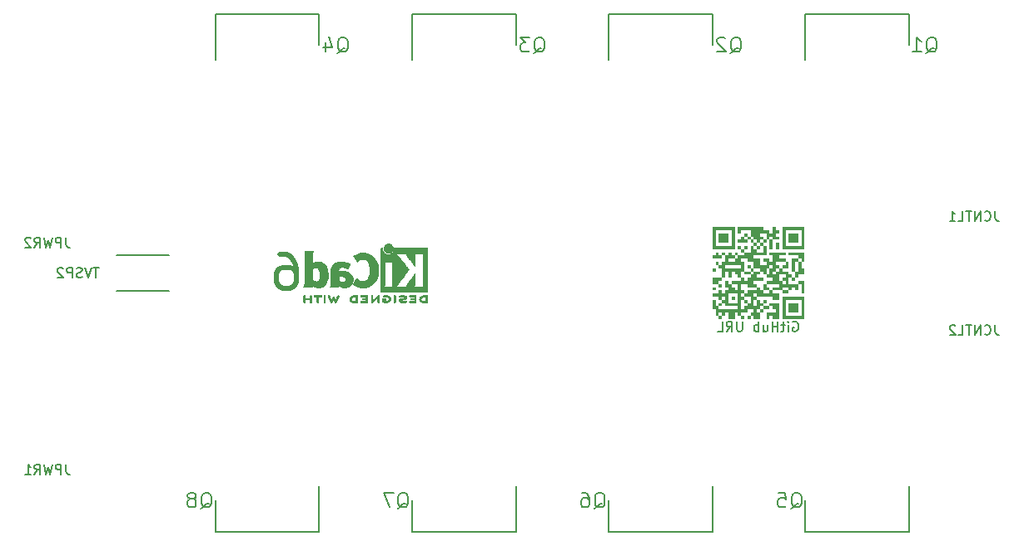
<source format=gbr>
%TF.GenerationSoftware,KiCad,Pcbnew,(6.0.10)*%
%TF.CreationDate,2023-01-04T08:24:49-08:00*%
%TF.ProjectId,solid_state_relays_12v,736f6c69-645f-4737-9461-74655f72656c,0.0.7*%
%TF.SameCoordinates,PXe4e1c0PY6422c40*%
%TF.FileFunction,Legend,Bot*%
%TF.FilePolarity,Positive*%
%FSLAX46Y46*%
G04 Gerber Fmt 4.6, Leading zero omitted, Abs format (unit mm)*
G04 Created by KiCad (PCBNEW (6.0.10)) date 2023-01-04 08:24:49*
%MOMM*%
%LPD*%
G01*
G04 APERTURE LIST*
%ADD10C,0.150000*%
%ADD11C,0.500000*%
%ADD12C,0.010000*%
%ADD13C,0.200000*%
G04 APERTURE END LIST*
D10*
X4554761Y48597620D02*
X4554761Y47883334D01*
X4602380Y47740477D01*
X4697619Y47645239D01*
X4840476Y47597620D01*
X4935714Y47597620D01*
X4078571Y47597620D02*
X4078571Y48597620D01*
X3697619Y48597620D01*
X3602380Y48550000D01*
X3554761Y48502381D01*
X3507142Y48407143D01*
X3507142Y48264286D01*
X3554761Y48169048D01*
X3602380Y48121429D01*
X3697619Y48073810D01*
X4078571Y48073810D01*
X3173809Y48597620D02*
X2935714Y47597620D01*
X2745238Y48311905D01*
X2554761Y47597620D01*
X2316666Y48597620D01*
X1364285Y47597620D02*
X1697619Y48073810D01*
X1935714Y47597620D02*
X1935714Y48597620D01*
X1554761Y48597620D01*
X1459523Y48550000D01*
X1411904Y48502381D01*
X1364285Y48407143D01*
X1364285Y48264286D01*
X1411904Y48169048D01*
X1459523Y48121429D01*
X1554761Y48073810D01*
X1935714Y48073810D01*
X983333Y48502381D02*
X935714Y48550000D01*
X840476Y48597620D01*
X602380Y48597620D01*
X507142Y48550000D01*
X459523Y48502381D01*
X411904Y48407143D01*
X411904Y48311905D01*
X459523Y48169048D01*
X1030952Y47597620D01*
X411904Y47597620D01*
D11*
X26341666Y46916667D02*
X27008333Y46916667D01*
X27341666Y46750000D01*
X27508333Y46583334D01*
X27841666Y46083334D01*
X28008333Y45416667D01*
X28008333Y44083334D01*
X27841666Y43750000D01*
X27675000Y43583334D01*
X27341666Y43416667D01*
X26675000Y43416667D01*
X26341666Y43583334D01*
X26175000Y43750000D01*
X26008333Y44083334D01*
X26008333Y44916667D01*
X26175000Y45250000D01*
X26341666Y45416667D01*
X26675000Y45583334D01*
X27341666Y45583334D01*
X27675000Y45416667D01*
X27841666Y45250000D01*
X28008333Y44916667D01*
D10*
X4554761Y25497620D02*
X4554761Y24783334D01*
X4602380Y24640477D01*
X4697619Y24545239D01*
X4840476Y24497620D01*
X4935714Y24497620D01*
X4078571Y24497620D02*
X4078571Y25497620D01*
X3697619Y25497620D01*
X3602380Y25450000D01*
X3554761Y25402381D01*
X3507142Y25307143D01*
X3507142Y25164286D01*
X3554761Y25069048D01*
X3602380Y25021429D01*
X3697619Y24973810D01*
X4078571Y24973810D01*
X3173809Y25497620D02*
X2935714Y24497620D01*
X2745238Y25211905D01*
X2554761Y24497620D01*
X2316666Y25497620D01*
X1364285Y24497620D02*
X1697619Y24973810D01*
X1935714Y24497620D02*
X1935714Y25497620D01*
X1554761Y25497620D01*
X1459523Y25450000D01*
X1411904Y25402381D01*
X1364285Y25307143D01*
X1364285Y25164286D01*
X1411904Y25069048D01*
X1459523Y25021429D01*
X1554761Y24973810D01*
X1935714Y24973810D01*
X411904Y24497620D02*
X983333Y24497620D01*
X697619Y24497620D02*
X697619Y25497620D01*
X792857Y25354762D01*
X888095Y25259524D01*
X983333Y25211905D01*
%TO.C,JCNTL1*%
X99042857Y51297620D02*
X99042857Y50583334D01*
X99090476Y50440477D01*
X99185714Y50345239D01*
X99328571Y50297620D01*
X99423809Y50297620D01*
X97995238Y50392858D02*
X98042857Y50345239D01*
X98185714Y50297620D01*
X98280952Y50297620D01*
X98423809Y50345239D01*
X98519047Y50440477D01*
X98566666Y50535715D01*
X98614285Y50726191D01*
X98614285Y50869048D01*
X98566666Y51059524D01*
X98519047Y51154762D01*
X98423809Y51250000D01*
X98280952Y51297620D01*
X98185714Y51297620D01*
X98042857Y51250000D01*
X97995238Y51202381D01*
X97566666Y50297620D02*
X97566666Y51297620D01*
X96995238Y50297620D01*
X96995238Y51297620D01*
X96661904Y51297620D02*
X96090476Y51297620D01*
X96376190Y50297620D02*
X96376190Y51297620D01*
X95280952Y50297620D02*
X95757142Y50297620D01*
X95757142Y51297620D01*
X94423809Y50297620D02*
X94995238Y50297620D01*
X94709523Y50297620D02*
X94709523Y51297620D01*
X94804761Y51154762D01*
X94900000Y51059524D01*
X94995238Y51011905D01*
%TO.C,JCNTL2*%
X99042857Y39697620D02*
X99042857Y38983334D01*
X99090476Y38840477D01*
X99185714Y38745239D01*
X99328571Y38697620D01*
X99423809Y38697620D01*
X97995238Y38792858D02*
X98042857Y38745239D01*
X98185714Y38697620D01*
X98280952Y38697620D01*
X98423809Y38745239D01*
X98519047Y38840477D01*
X98566666Y38935715D01*
X98614285Y39126191D01*
X98614285Y39269048D01*
X98566666Y39459524D01*
X98519047Y39554762D01*
X98423809Y39650000D01*
X98280952Y39697620D01*
X98185714Y39697620D01*
X98042857Y39650000D01*
X97995238Y39602381D01*
X97566666Y38697620D02*
X97566666Y39697620D01*
X96995238Y38697620D01*
X96995238Y39697620D01*
X96661904Y39697620D02*
X96090476Y39697620D01*
X96376190Y38697620D02*
X96376190Y39697620D01*
X95280952Y38697620D02*
X95757142Y38697620D01*
X95757142Y39697620D01*
X94995238Y39602381D02*
X94947619Y39650000D01*
X94852380Y39697620D01*
X94614285Y39697620D01*
X94519047Y39650000D01*
X94471428Y39602381D01*
X94423809Y39507143D01*
X94423809Y39411905D01*
X94471428Y39269048D01*
X95042857Y38697620D01*
X94423809Y38697620D01*
%TO.C,Q7*%
X38292857Y20978572D02*
X38435714Y21050000D01*
X38578571Y21192858D01*
X38792857Y21407143D01*
X38935714Y21478572D01*
X39078571Y21478572D01*
X39007142Y21121429D02*
X39150000Y21192858D01*
X39292857Y21335715D01*
X39364285Y21621429D01*
X39364285Y22121429D01*
X39292857Y22407143D01*
X39150000Y22550000D01*
X39007142Y22621429D01*
X38721428Y22621429D01*
X38578571Y22550000D01*
X38435714Y22407143D01*
X38364285Y22121429D01*
X38364285Y21621429D01*
X38435714Y21335715D01*
X38578571Y21192858D01*
X38721428Y21121429D01*
X39007142Y21121429D01*
X37864285Y22621429D02*
X36864285Y22621429D01*
X37507142Y21121429D01*
%TO.C,Q6*%
X58292857Y20978572D02*
X58435714Y21050000D01*
X58578571Y21192858D01*
X58792857Y21407143D01*
X58935714Y21478572D01*
X59078571Y21478572D01*
X59007142Y21121429D02*
X59150000Y21192858D01*
X59292857Y21335715D01*
X59364285Y21621429D01*
X59364285Y22121429D01*
X59292857Y22407143D01*
X59150000Y22550000D01*
X59007142Y22621429D01*
X58721428Y22621429D01*
X58578571Y22550000D01*
X58435714Y22407143D01*
X58364285Y22121429D01*
X58364285Y21621429D01*
X58435714Y21335715D01*
X58578571Y21192858D01*
X58721428Y21121429D01*
X59007142Y21121429D01*
X57078571Y22621429D02*
X57364285Y22621429D01*
X57507142Y22550000D01*
X57578571Y22478572D01*
X57721428Y22264286D01*
X57792857Y21978572D01*
X57792857Y21407143D01*
X57721428Y21264286D01*
X57650000Y21192858D01*
X57507142Y21121429D01*
X57221428Y21121429D01*
X57078571Y21192858D01*
X57007142Y21264286D01*
X56935714Y21407143D01*
X56935714Y21764286D01*
X57007142Y21907143D01*
X57078571Y21978572D01*
X57221428Y22050000D01*
X57507142Y22050000D01*
X57650000Y21978572D01*
X57721428Y21907143D01*
X57792857Y21764286D01*
%TO.C,TVSP2*%
X7916666Y45547620D02*
X7345238Y45547620D01*
X7630952Y44547620D02*
X7630952Y45547620D01*
X7154761Y45547620D02*
X6821428Y44547620D01*
X6488095Y45547620D01*
X6202380Y44595239D02*
X6059523Y44547620D01*
X5821428Y44547620D01*
X5726190Y44595239D01*
X5678571Y44642858D01*
X5630952Y44738096D01*
X5630952Y44833334D01*
X5678571Y44928572D01*
X5726190Y44976191D01*
X5821428Y45023810D01*
X6011904Y45071429D01*
X6107142Y45119048D01*
X6154761Y45166667D01*
X6202380Y45261905D01*
X6202380Y45357143D01*
X6154761Y45452381D01*
X6107142Y45500000D01*
X6011904Y45547620D01*
X5773809Y45547620D01*
X5630952Y45500000D01*
X5202380Y44547620D02*
X5202380Y45547620D01*
X4821428Y45547620D01*
X4726190Y45500000D01*
X4678571Y45452381D01*
X4630952Y45357143D01*
X4630952Y45214286D01*
X4678571Y45119048D01*
X4726190Y45071429D01*
X4821428Y45023810D01*
X5202380Y45023810D01*
X4250000Y45452381D02*
X4202380Y45500000D01*
X4107142Y45547620D01*
X3869047Y45547620D01*
X3773809Y45500000D01*
X3726190Y45452381D01*
X3678571Y45357143D01*
X3678571Y45261905D01*
X3726190Y45119048D01*
X4297619Y44547620D01*
X3678571Y44547620D01*
%TO.C,Q3*%
X52142857Y67378572D02*
X52285714Y67450000D01*
X52428571Y67592858D01*
X52642857Y67807143D01*
X52785714Y67878572D01*
X52928571Y67878572D01*
X52857142Y67521429D02*
X53000000Y67592858D01*
X53142857Y67735715D01*
X53214285Y68021429D01*
X53214285Y68521429D01*
X53142857Y68807143D01*
X53000000Y68950000D01*
X52857142Y69021429D01*
X52571428Y69021429D01*
X52428571Y68950000D01*
X52285714Y68807143D01*
X52214285Y68521429D01*
X52214285Y68021429D01*
X52285714Y67735715D01*
X52428571Y67592858D01*
X52571428Y67521429D01*
X52857142Y67521429D01*
X51714285Y69021429D02*
X50785714Y69021429D01*
X51285714Y68450000D01*
X51071428Y68450000D01*
X50928571Y68378572D01*
X50857142Y68307143D01*
X50785714Y68164286D01*
X50785714Y67807143D01*
X50857142Y67664286D01*
X50928571Y67592858D01*
X51071428Y67521429D01*
X51500000Y67521429D01*
X51642857Y67592858D01*
X51714285Y67664286D01*
%TO.C,Q5*%
X78292857Y20978572D02*
X78435714Y21050000D01*
X78578571Y21192858D01*
X78792857Y21407143D01*
X78935714Y21478572D01*
X79078571Y21478572D01*
X79007142Y21121429D02*
X79150000Y21192858D01*
X79292857Y21335715D01*
X79364285Y21621429D01*
X79364285Y22121429D01*
X79292857Y22407143D01*
X79150000Y22550000D01*
X79007142Y22621429D01*
X78721428Y22621429D01*
X78578571Y22550000D01*
X78435714Y22407143D01*
X78364285Y22121429D01*
X78364285Y21621429D01*
X78435714Y21335715D01*
X78578571Y21192858D01*
X78721428Y21121429D01*
X79007142Y21121429D01*
X77007142Y22621429D02*
X77721428Y22621429D01*
X77792857Y21907143D01*
X77721428Y21978572D01*
X77578571Y22050000D01*
X77221428Y22050000D01*
X77078571Y21978572D01*
X77007142Y21907143D01*
X76935714Y21764286D01*
X76935714Y21407143D01*
X77007142Y21264286D01*
X77078571Y21192858D01*
X77221428Y21121429D01*
X77578571Y21121429D01*
X77721428Y21192858D01*
X77792857Y21264286D01*
%TO.C,#LOGO_GITHUB_URL1*%
X78500000Y40000000D02*
X78595238Y40047620D01*
X78738095Y40047620D01*
X78880952Y40000000D01*
X78976190Y39904762D01*
X79023809Y39809524D01*
X79071428Y39619048D01*
X79071428Y39476191D01*
X79023809Y39285715D01*
X78976190Y39190477D01*
X78880952Y39095239D01*
X78738095Y39047620D01*
X78642857Y39047620D01*
X78500000Y39095239D01*
X78452380Y39142858D01*
X78452380Y39476191D01*
X78642857Y39476191D01*
X78023809Y39047620D02*
X78023809Y39714286D01*
X78023809Y40047620D02*
X78071428Y40000000D01*
X78023809Y39952381D01*
X77976190Y40000000D01*
X78023809Y40047620D01*
X78023809Y39952381D01*
X77690476Y39714286D02*
X77309523Y39714286D01*
X77547619Y40047620D02*
X77547619Y39190477D01*
X77500000Y39095239D01*
X77404761Y39047620D01*
X77309523Y39047620D01*
X76976190Y39047620D02*
X76976190Y40047620D01*
X76976190Y39571429D02*
X76404761Y39571429D01*
X76404761Y39047620D02*
X76404761Y40047620D01*
X75500000Y39714286D02*
X75500000Y39047620D01*
X75928571Y39714286D02*
X75928571Y39190477D01*
X75880952Y39095239D01*
X75785714Y39047620D01*
X75642857Y39047620D01*
X75547619Y39095239D01*
X75500000Y39142858D01*
X75023809Y39047620D02*
X75023809Y40047620D01*
X75023809Y39666667D02*
X74928571Y39714286D01*
X74738095Y39714286D01*
X74642857Y39666667D01*
X74595238Y39619048D01*
X74547619Y39523810D01*
X74547619Y39238096D01*
X74595238Y39142858D01*
X74642857Y39095239D01*
X74738095Y39047620D01*
X74928571Y39047620D01*
X75023809Y39095239D01*
X73357142Y40047620D02*
X73357142Y39238096D01*
X73309523Y39142858D01*
X73261904Y39095239D01*
X73166666Y39047620D01*
X72976190Y39047620D01*
X72880952Y39095239D01*
X72833333Y39142858D01*
X72785714Y39238096D01*
X72785714Y40047620D01*
X71738095Y39047620D02*
X72071428Y39523810D01*
X72309523Y39047620D02*
X72309523Y40047620D01*
X71928571Y40047620D01*
X71833333Y40000000D01*
X71785714Y39952381D01*
X71738095Y39857143D01*
X71738095Y39714286D01*
X71785714Y39619048D01*
X71833333Y39571429D01*
X71928571Y39523810D01*
X72309523Y39523810D01*
X70833333Y39047620D02*
X71309523Y39047620D01*
X71309523Y40047620D01*
%TO.C,Q2*%
X72142857Y67378572D02*
X72285714Y67450000D01*
X72428571Y67592858D01*
X72642857Y67807143D01*
X72785714Y67878572D01*
X72928571Y67878572D01*
X72857142Y67521429D02*
X73000000Y67592858D01*
X73142857Y67735715D01*
X73214285Y68021429D01*
X73214285Y68521429D01*
X73142857Y68807143D01*
X73000000Y68950000D01*
X72857142Y69021429D01*
X72571428Y69021429D01*
X72428571Y68950000D01*
X72285714Y68807143D01*
X72214285Y68521429D01*
X72214285Y68021429D01*
X72285714Y67735715D01*
X72428571Y67592858D01*
X72571428Y67521429D01*
X72857142Y67521429D01*
X71642857Y68878572D02*
X71571428Y68950000D01*
X71428571Y69021429D01*
X71071428Y69021429D01*
X70928571Y68950000D01*
X70857142Y68878572D01*
X70785714Y68735715D01*
X70785714Y68592858D01*
X70857142Y68378572D01*
X71714285Y67521429D01*
X70785714Y67521429D01*
%TO.C,Q4*%
X32142857Y67378572D02*
X32285714Y67450000D01*
X32428571Y67592858D01*
X32642857Y67807143D01*
X32785714Y67878572D01*
X32928571Y67878572D01*
X32857142Y67521429D02*
X33000000Y67592858D01*
X33142857Y67735715D01*
X33214285Y68021429D01*
X33214285Y68521429D01*
X33142857Y68807143D01*
X33000000Y68950000D01*
X32857142Y69021429D01*
X32571428Y69021429D01*
X32428571Y68950000D01*
X32285714Y68807143D01*
X32214285Y68521429D01*
X32214285Y68021429D01*
X32285714Y67735715D01*
X32428571Y67592858D01*
X32571428Y67521429D01*
X32857142Y67521429D01*
X30928571Y68521429D02*
X30928571Y67521429D01*
X31285714Y69092858D02*
X31642857Y68021429D01*
X30714285Y68021429D01*
%TO.C,Q1*%
X92042857Y67378572D02*
X92185714Y67450000D01*
X92328571Y67592858D01*
X92542857Y67807143D01*
X92685714Y67878572D01*
X92828571Y67878572D01*
X92757142Y67521429D02*
X92900000Y67592858D01*
X93042857Y67735715D01*
X93114285Y68021429D01*
X93114285Y68521429D01*
X93042857Y68807143D01*
X92900000Y68950000D01*
X92757142Y69021429D01*
X92471428Y69021429D01*
X92328571Y68950000D01*
X92185714Y68807143D01*
X92114285Y68521429D01*
X92114285Y68021429D01*
X92185714Y67735715D01*
X92328571Y67592858D01*
X92471428Y67521429D01*
X92757142Y67521429D01*
X90685714Y67521429D02*
X91542857Y67521429D01*
X91114285Y67521429D02*
X91114285Y69021429D01*
X91257142Y68807143D01*
X91400000Y68664286D01*
X91542857Y68592858D01*
%TO.C,Q8*%
X18292857Y20978572D02*
X18435714Y21050000D01*
X18578571Y21192858D01*
X18792857Y21407143D01*
X18935714Y21478572D01*
X19078571Y21478572D01*
X19007142Y21121429D02*
X19150000Y21192858D01*
X19292857Y21335715D01*
X19364285Y21621429D01*
X19364285Y22121429D01*
X19292857Y22407143D01*
X19150000Y22550000D01*
X19007142Y22621429D01*
X18721428Y22621429D01*
X18578571Y22550000D01*
X18435714Y22407143D01*
X18364285Y22121429D01*
X18364285Y21621429D01*
X18435714Y21335715D01*
X18578571Y21192858D01*
X18721428Y21121429D01*
X19007142Y21121429D01*
X17507142Y21978572D02*
X17650000Y22050000D01*
X17721428Y22121429D01*
X17792857Y22264286D01*
X17792857Y22335715D01*
X17721428Y22478572D01*
X17650000Y22550000D01*
X17507142Y22621429D01*
X17221428Y22621429D01*
X17078571Y22550000D01*
X17007142Y22478572D01*
X16935714Y22335715D01*
X16935714Y22264286D01*
X17007142Y22121429D01*
X17078571Y22050000D01*
X17221428Y21978572D01*
X17507142Y21978572D01*
X17650000Y21907143D01*
X17721428Y21835715D01*
X17792857Y21692858D01*
X17792857Y21407143D01*
X17721428Y21264286D01*
X17650000Y21192858D01*
X17507142Y21121429D01*
X17221428Y21121429D01*
X17078571Y21192858D01*
X17007142Y21264286D01*
X16935714Y21407143D01*
X16935714Y21692858D01*
X17007142Y21835715D01*
X17078571Y21907143D01*
X17221428Y21978572D01*
%TO.C,#LOGO_KICAD1*%
G36*
X39856734Y42730917D02*
G01*
X39933831Y42730725D01*
X39992777Y42730140D01*
X40036364Y42728949D01*
X40067383Y42726936D01*
X40088625Y42723888D01*
X40102882Y42719591D01*
X40112945Y42713828D01*
X40121606Y42706388D01*
X40123391Y42704707D01*
X40130635Y42697168D01*
X40136277Y42688150D01*
X40140517Y42675016D01*
X40143556Y42655128D01*
X40145594Y42625849D01*
X40146830Y42584542D01*
X40147465Y42528569D01*
X40147700Y42455293D01*
X40147734Y42362077D01*
X40147697Y42289287D01*
X40147448Y42211111D01*
X40146812Y42150897D01*
X40145615Y42106018D01*
X40143684Y42073848D01*
X40140846Y42051761D01*
X40136927Y42037130D01*
X40131755Y42027330D01*
X40125156Y42019733D01*
X40121822Y42016556D01*
X40113300Y42010446D01*
X40101298Y42005771D01*
X40083087Y42002341D01*
X40055940Y41999964D01*
X40017129Y41998448D01*
X39963924Y41997602D01*
X39893598Y41997235D01*
X39803422Y41997155D01*
X39761314Y41997167D01*
X39680167Y41997349D01*
X39617675Y41997902D01*
X39571109Y41999018D01*
X39537741Y42000887D01*
X39514844Y42003702D01*
X39499688Y42007654D01*
X39489546Y42012934D01*
X39481689Y42019733D01*
X39466963Y42041333D01*
X39459111Y42070533D01*
X39464610Y42094440D01*
X39481689Y42121333D01*
X39486668Y42125941D01*
X39496443Y42132228D01*
X39510559Y42136854D01*
X39532054Y42140070D01*
X39563968Y42142130D01*
X39609342Y42143288D01*
X39671213Y42143798D01*
X39752622Y42143911D01*
X40000978Y42143911D01*
X40000978Y42301955D01*
X39839801Y42301955D01*
X39803983Y42302101D01*
X39738359Y42303824D01*
X39691118Y42308259D01*
X39659383Y42316363D01*
X39640277Y42329094D01*
X39630923Y42347408D01*
X39628445Y42372262D01*
X39629242Y42392518D01*
X39634494Y42414344D01*
X39647288Y42429696D01*
X39670628Y42439691D01*
X39707517Y42445447D01*
X39760959Y42448081D01*
X39833958Y42448711D01*
X40002105Y42448711D01*
X39998719Y42513622D01*
X39995334Y42578533D01*
X39747617Y42581582D01*
X39685026Y42582461D01*
X39616565Y42583905D01*
X39565661Y42585836D01*
X39529408Y42588486D01*
X39504901Y42592090D01*
X39489235Y42596879D01*
X39479506Y42603087D01*
X39473491Y42609490D01*
X39460482Y42641172D01*
X39464043Y42676858D01*
X39483818Y42707916D01*
X39487069Y42710839D01*
X39496049Y42717190D01*
X39508153Y42722043D01*
X39526159Y42725597D01*
X39552847Y42728054D01*
X39590997Y42729615D01*
X39643386Y42730482D01*
X39712794Y42730854D01*
X39802001Y42730933D01*
X39856734Y42730917D01*
G37*
D12*
X39856734Y42730917D02*
X39933831Y42730725D01*
X39992777Y42730140D01*
X40036364Y42728949D01*
X40067383Y42726936D01*
X40088625Y42723888D01*
X40102882Y42719591D01*
X40112945Y42713828D01*
X40121606Y42706388D01*
X40123391Y42704707D01*
X40130635Y42697168D01*
X40136277Y42688150D01*
X40140517Y42675016D01*
X40143556Y42655128D01*
X40145594Y42625849D01*
X40146830Y42584542D01*
X40147465Y42528569D01*
X40147700Y42455293D01*
X40147734Y42362077D01*
X40147697Y42289287D01*
X40147448Y42211111D01*
X40146812Y42150897D01*
X40145615Y42106018D01*
X40143684Y42073848D01*
X40140846Y42051761D01*
X40136927Y42037130D01*
X40131755Y42027330D01*
X40125156Y42019733D01*
X40121822Y42016556D01*
X40113300Y42010446D01*
X40101298Y42005771D01*
X40083087Y42002341D01*
X40055940Y41999964D01*
X40017129Y41998448D01*
X39963924Y41997602D01*
X39893598Y41997235D01*
X39803422Y41997155D01*
X39761314Y41997167D01*
X39680167Y41997349D01*
X39617675Y41997902D01*
X39571109Y41999018D01*
X39537741Y42000887D01*
X39514844Y42003702D01*
X39499688Y42007654D01*
X39489546Y42012934D01*
X39481689Y42019733D01*
X39466963Y42041333D01*
X39459111Y42070533D01*
X39464610Y42094440D01*
X39481689Y42121333D01*
X39486668Y42125941D01*
X39496443Y42132228D01*
X39510559Y42136854D01*
X39532054Y42140070D01*
X39563968Y42142130D01*
X39609342Y42143288D01*
X39671213Y42143798D01*
X39752622Y42143911D01*
X40000978Y42143911D01*
X40000978Y42301955D01*
X39839801Y42301955D01*
X39803983Y42302101D01*
X39738359Y42303824D01*
X39691118Y42308259D01*
X39659383Y42316363D01*
X39640277Y42329094D01*
X39630923Y42347408D01*
X39628445Y42372262D01*
X39629242Y42392518D01*
X39634494Y42414344D01*
X39647288Y42429696D01*
X39670628Y42439691D01*
X39707517Y42445447D01*
X39760959Y42448081D01*
X39833958Y42448711D01*
X40002105Y42448711D01*
X39998719Y42513622D01*
X39995334Y42578533D01*
X39747617Y42581582D01*
X39685026Y42582461D01*
X39616565Y42583905D01*
X39565661Y42585836D01*
X39529408Y42588486D01*
X39504901Y42592090D01*
X39489235Y42596879D01*
X39479506Y42603087D01*
X39473491Y42609490D01*
X39460482Y42641172D01*
X39464043Y42676858D01*
X39483818Y42707916D01*
X39487069Y42710839D01*
X39496049Y42717190D01*
X39508153Y42722043D01*
X39526159Y42725597D01*
X39552847Y42728054D01*
X39590997Y42729615D01*
X39643386Y42730482D01*
X39712794Y42730854D01*
X39802001Y42730933D01*
X39856734Y42730917D01*
G36*
X41276059Y46756989D02*
G01*
X41276362Y46609784D01*
X41276548Y46445651D01*
X41276642Y46263648D01*
X41276671Y46062835D01*
X41276661Y45842268D01*
X41276636Y45601008D01*
X41276622Y45338111D01*
X41276622Y45295960D01*
X41276646Y45035332D01*
X41276685Y44796204D01*
X41276708Y44577640D01*
X41276687Y44378705D01*
X41276593Y44198465D01*
X41276395Y44035985D01*
X41276063Y43890330D01*
X41275569Y43760566D01*
X41274883Y43645757D01*
X41273976Y43544970D01*
X41272817Y43457270D01*
X41271378Y43381721D01*
X41269629Y43317389D01*
X41267540Y43263339D01*
X41265083Y43218637D01*
X41262227Y43182348D01*
X41258943Y43153537D01*
X41255202Y43131269D01*
X41250974Y43114610D01*
X41246229Y43102625D01*
X41240939Y43094379D01*
X41235073Y43088938D01*
X41228602Y43085366D01*
X41221497Y43082730D01*
X41213728Y43080094D01*
X41205266Y43076523D01*
X41200908Y43074855D01*
X41192395Y43072889D01*
X41179694Y43071089D01*
X41161885Y43069445D01*
X41138049Y43067953D01*
X41107266Y43066603D01*
X41068617Y43065389D01*
X41021182Y43064303D01*
X40964043Y43063339D01*
X40896279Y43062489D01*
X40816971Y43061747D01*
X40725199Y43061103D01*
X40620044Y43060553D01*
X40500587Y43060087D01*
X40365908Y43059700D01*
X40215088Y43059384D01*
X40047206Y43059131D01*
X39861345Y43058934D01*
X39656583Y43058787D01*
X39432002Y43058682D01*
X39186682Y43058611D01*
X38919704Y43058568D01*
X38881321Y43058563D01*
X38615922Y43058520D01*
X38372050Y43058475D01*
X38148783Y43058452D01*
X37945196Y43058476D01*
X37760367Y43058570D01*
X37593373Y43058757D01*
X37443290Y43059061D01*
X37309196Y43059506D01*
X37190166Y43060115D01*
X37085279Y43060911D01*
X36993610Y43061920D01*
X36914237Y43063163D01*
X36846237Y43064665D01*
X36788686Y43066449D01*
X36740662Y43068539D01*
X36701240Y43070958D01*
X36669499Y43073730D01*
X36644514Y43076879D01*
X36625364Y43080428D01*
X36611123Y43084402D01*
X36600871Y43088822D01*
X36593682Y43093714D01*
X36588635Y43099100D01*
X36584805Y43105004D01*
X36581271Y43111451D01*
X36577108Y43118463D01*
X36576025Y43120313D01*
X36573813Y43125820D01*
X36571786Y43134132D01*
X36569938Y43146191D01*
X36568261Y43162937D01*
X36566745Y43185313D01*
X36565383Y43214260D01*
X36564167Y43250720D01*
X36563089Y43295633D01*
X36562140Y43349943D01*
X36561312Y43414590D01*
X36560597Y43490516D01*
X36559987Y43578662D01*
X36559942Y43587507D01*
X36851378Y43587507D01*
X36855260Y43586235D01*
X36878520Y43584209D01*
X36920874Y43582374D01*
X36980132Y43580773D01*
X37054107Y43579451D01*
X37140610Y43578452D01*
X37237452Y43577820D01*
X37342445Y43577600D01*
X38040651Y43577600D01*
X39195090Y43577600D01*
X39194456Y43653800D01*
X39195574Y43695840D01*
X39201304Y43731666D01*
X39213890Y43769228D01*
X39235568Y43817423D01*
X39238789Y43824103D01*
X39264188Y43873641D01*
X39290996Y43921631D01*
X39313917Y43958534D01*
X39318485Y43965166D01*
X39340516Y43996407D01*
X39372693Y44041346D01*
X39413457Y44097853D01*
X39461245Y44163796D01*
X39514498Y44237043D01*
X39571655Y44315464D01*
X39631155Y44396928D01*
X39691437Y44479302D01*
X39750940Y44560456D01*
X39808105Y44638258D01*
X39861370Y44710577D01*
X39909174Y44775282D01*
X39949957Y44830241D01*
X39982158Y44873324D01*
X40004216Y44902398D01*
X40014571Y44915333D01*
X40019044Y44919649D01*
X40023236Y44921688D01*
X40026643Y44919074D01*
X40029325Y44910014D01*
X40031341Y44892715D01*
X40032748Y44865386D01*
X40033605Y44826235D01*
X40033970Y44773467D01*
X40033903Y44705293D01*
X40033460Y44619918D01*
X40032702Y44515551D01*
X40031685Y44390400D01*
X40031308Y44345700D01*
X40030169Y44224605D01*
X40028972Y44123312D01*
X40027636Y44039738D01*
X40026077Y43971796D01*
X40024215Y43917401D01*
X40021966Y43874468D01*
X40019248Y43840911D01*
X40015979Y43814645D01*
X40012078Y43793584D01*
X40007461Y43775643D01*
X39999192Y43749230D01*
X39975583Y43687228D01*
X39949685Y43634427D01*
X39924535Y43597355D01*
X39923339Y43595925D01*
X39921168Y43591576D01*
X39923328Y43587974D01*
X39931644Y43585049D01*
X39947940Y43582731D01*
X39974041Y43580949D01*
X40011771Y43579633D01*
X40062956Y43578714D01*
X40129420Y43578122D01*
X40212987Y43577785D01*
X40315483Y43577635D01*
X40438732Y43577600D01*
X40970296Y43577600D01*
X40931523Y43635217D01*
X40925432Y43644107D01*
X40914976Y43658931D01*
X40905579Y43672578D01*
X40897183Y43686235D01*
X40889733Y43701089D01*
X40883173Y43718330D01*
X40877446Y43739145D01*
X40872495Y43764720D01*
X40868266Y43796245D01*
X40864701Y43834907D01*
X40861744Y43881893D01*
X40859340Y43938392D01*
X40857431Y44005591D01*
X40855962Y44084678D01*
X40854876Y44176840D01*
X40854118Y44283266D01*
X40853630Y44405143D01*
X40853358Y44543659D01*
X40853243Y44700001D01*
X40853231Y44875358D01*
X40853265Y45070918D01*
X40853289Y45287867D01*
X40853280Y45410487D01*
X40853243Y45615553D01*
X40853227Y45799884D01*
X40853288Y45964666D01*
X40853484Y46111084D01*
X40853870Y46240326D01*
X40854505Y46353578D01*
X40855444Y46452025D01*
X40856745Y46536856D01*
X40858464Y46609256D01*
X40860659Y46670411D01*
X40863385Y46721508D01*
X40866701Y46763733D01*
X40870662Y46798273D01*
X40875325Y46826314D01*
X40880747Y46849042D01*
X40886986Y46867644D01*
X40894097Y46883307D01*
X40902138Y46897216D01*
X40911166Y46910559D01*
X40921236Y46924521D01*
X40932407Y46940289D01*
X40972197Y46998133D01*
X39912314Y46998133D01*
X39950311Y46935034D01*
X39964993Y46909995D01*
X39979531Y46882414D01*
X39991627Y46854300D01*
X40001532Y46823449D01*
X40009494Y46787656D01*
X40015761Y46744717D01*
X40020582Y46692426D01*
X40024206Y46628581D01*
X40026881Y46550975D01*
X40028857Y46457406D01*
X40030382Y46345667D01*
X40031704Y46213555D01*
X40032613Y46093566D01*
X40033020Y45976937D01*
X40032767Y45881469D01*
X40031857Y45807444D01*
X40030293Y45755145D01*
X40028079Y45724851D01*
X40025220Y45716844D01*
X40022161Y45720142D01*
X40004006Y45741592D01*
X39974275Y45778111D01*
X39934639Y45827558D01*
X39886771Y45887793D01*
X39832343Y45956673D01*
X39773027Y46032057D01*
X39710495Y46111804D01*
X39646421Y46193772D01*
X39582475Y46275820D01*
X39520331Y46355806D01*
X39461661Y46431589D01*
X39408137Y46501027D01*
X39361430Y46561979D01*
X39323214Y46612304D01*
X39295161Y46649860D01*
X39278943Y46672505D01*
X39233635Y46744788D01*
X39193661Y46824537D01*
X39172130Y46892812D01*
X39168827Y46950156D01*
X39174116Y46998133D01*
X38042356Y46997883D01*
X38081867Y46967278D01*
X38091248Y46959911D01*
X38154183Y46905562D01*
X38222997Y46837741D01*
X38299596Y46754484D01*
X38385888Y46653822D01*
X38403052Y46633153D01*
X38443833Y46583591D01*
X38493588Y46522674D01*
X38550955Y46452102D01*
X38614569Y46373576D01*
X38683069Y46288796D01*
X38755090Y46199463D01*
X38829270Y46107278D01*
X38844517Y46088298D01*
X38904246Y46013940D01*
X38978653Y45921152D01*
X39051131Y45830612D01*
X39120314Y45744022D01*
X39184841Y45663082D01*
X39243347Y45589494D01*
X39294470Y45524956D01*
X39336847Y45471171D01*
X39369115Y45429838D01*
X39389910Y45402658D01*
X39397869Y45391332D01*
X39396111Y45387229D01*
X39383230Y45366666D01*
X39358885Y45330439D01*
X39324247Y45280176D01*
X39280486Y45217508D01*
X39228775Y45144064D01*
X39170284Y45061473D01*
X39106184Y44971364D01*
X39037646Y44875369D01*
X38965843Y44775115D01*
X38891944Y44672232D01*
X38817121Y44568350D01*
X38742545Y44465099D01*
X38669387Y44364108D01*
X38598819Y44267006D01*
X38532011Y44175423D01*
X38470135Y44090989D01*
X38414361Y44015333D01*
X38365862Y43950084D01*
X38325807Y43896872D01*
X38295369Y43857327D01*
X38274944Y43831974D01*
X38228899Y43777705D01*
X38178612Y43721225D01*
X38131815Y43671331D01*
X38040651Y43577600D01*
X37342445Y43577600D01*
X37411356Y43577651D01*
X37509607Y43577909D01*
X37599030Y43578363D01*
X37677333Y43578990D01*
X37742223Y43579765D01*
X37791411Y43580665D01*
X37822604Y43581666D01*
X37833511Y43582743D01*
X37832322Y43585963D01*
X37822176Y43603548D01*
X37805040Y43629842D01*
X37796540Y43642309D01*
X37787329Y43656378D01*
X37779233Y43670649D01*
X37772185Y43686521D01*
X37766117Y43705391D01*
X37760961Y43728659D01*
X37756651Y43757722D01*
X37753119Y43793979D01*
X37750297Y43838830D01*
X37748118Y43893672D01*
X37746514Y43959903D01*
X37745419Y44038923D01*
X37744765Y44132129D01*
X37744484Y44240921D01*
X37744509Y44366697D01*
X37744772Y44510855D01*
X37745206Y44674793D01*
X37745745Y44859911D01*
X37746279Y45038768D01*
X37746805Y45197626D01*
X37747350Y45336684D01*
X37747945Y45457335D01*
X37748619Y45560972D01*
X37749403Y45648989D01*
X37750326Y45722777D01*
X37751419Y45783731D01*
X37752712Y45833243D01*
X37754235Y45872707D01*
X37756019Y45903516D01*
X37758092Y45927062D01*
X37760486Y45944740D01*
X37763230Y45957941D01*
X37766356Y45968060D01*
X37769892Y45976489D01*
X37773791Y45984625D01*
X37793438Y46021456D01*
X37812225Y46051609D01*
X37813272Y46053092D01*
X37827602Y46075341D01*
X37833511Y46088298D01*
X37832504Y46088751D01*
X37815305Y46090197D01*
X37778656Y46091520D01*
X37724962Y46092684D01*
X37656630Y46093653D01*
X37576064Y46094389D01*
X37485670Y46094858D01*
X37387853Y46095022D01*
X36942195Y46095022D01*
X36939120Y44918155D01*
X36936045Y43741289D01*
X36909407Y43682378D01*
X36897485Y43657817D01*
X36880246Y43627566D01*
X36867074Y43610440D01*
X36859076Y43602409D01*
X36851378Y43587507D01*
X36559942Y43587507D01*
X36559474Y43679971D01*
X36559050Y43795383D01*
X36558706Y43925840D01*
X36558434Y44072284D01*
X36558227Y44235656D01*
X36558076Y44416899D01*
X36557972Y44616952D01*
X36557908Y44836759D01*
X36557876Y45077261D01*
X36557867Y45339398D01*
X36557867Y47530969D01*
X36596249Y47569351D01*
X36623355Y47593089D01*
X36650253Y47604889D01*
X36686560Y47607733D01*
X36738489Y47607733D01*
X36738489Y47519794D01*
X36740427Y47469898D01*
X36759199Y47359477D01*
X36796217Y47258013D01*
X36849369Y47166848D01*
X36916546Y47087327D01*
X36995638Y47020795D01*
X37084534Y46968594D01*
X37181125Y46932070D01*
X37283300Y46912566D01*
X37388950Y46911427D01*
X37495964Y46929995D01*
X37602232Y46969616D01*
X37699219Y47027484D01*
X37784293Y47102316D01*
X37853015Y47190385D01*
X37903918Y47289384D01*
X37935535Y47397007D01*
X37946400Y47510946D01*
X37946400Y47607733D01*
X39566753Y47607733D01*
X39777897Y47607720D01*
X39982020Y47607670D01*
X40165686Y47607570D01*
X40329991Y47607408D01*
X40476029Y47607171D01*
X40604894Y47606847D01*
X40717683Y47606425D01*
X40815488Y47605891D01*
X40899404Y47605233D01*
X40970527Y47604439D01*
X41029950Y47603496D01*
X41078768Y47602392D01*
X41118077Y47601116D01*
X41148969Y47599653D01*
X41172541Y47597993D01*
X41189886Y47596122D01*
X41202099Y47594028D01*
X41210275Y47591700D01*
X41215508Y47589124D01*
X41221504Y47585555D01*
X41228279Y47582022D01*
X41234478Y47578512D01*
X41240126Y47574082D01*
X41245247Y47567792D01*
X41249869Y47558699D01*
X41254015Y47545861D01*
X41257713Y47528338D01*
X41260987Y47505187D01*
X41263863Y47475466D01*
X41266367Y47438235D01*
X41268524Y47392551D01*
X41270360Y47337473D01*
X41271900Y47272059D01*
X41273170Y47195367D01*
X41274195Y47106456D01*
X41275001Y47004383D01*
X41275034Y46998133D01*
X41275614Y46888208D01*
X41276059Y46756989D01*
G37*
X41276059Y46756989D02*
X41276362Y46609784D01*
X41276548Y46445651D01*
X41276642Y46263648D01*
X41276671Y46062835D01*
X41276661Y45842268D01*
X41276636Y45601008D01*
X41276622Y45338111D01*
X41276622Y45295960D01*
X41276646Y45035332D01*
X41276685Y44796204D01*
X41276708Y44577640D01*
X41276687Y44378705D01*
X41276593Y44198465D01*
X41276395Y44035985D01*
X41276063Y43890330D01*
X41275569Y43760566D01*
X41274883Y43645757D01*
X41273976Y43544970D01*
X41272817Y43457270D01*
X41271378Y43381721D01*
X41269629Y43317389D01*
X41267540Y43263339D01*
X41265083Y43218637D01*
X41262227Y43182348D01*
X41258943Y43153537D01*
X41255202Y43131269D01*
X41250974Y43114610D01*
X41246229Y43102625D01*
X41240939Y43094379D01*
X41235073Y43088938D01*
X41228602Y43085366D01*
X41221497Y43082730D01*
X41213728Y43080094D01*
X41205266Y43076523D01*
X41200908Y43074855D01*
X41192395Y43072889D01*
X41179694Y43071089D01*
X41161885Y43069445D01*
X41138049Y43067953D01*
X41107266Y43066603D01*
X41068617Y43065389D01*
X41021182Y43064303D01*
X40964043Y43063339D01*
X40896279Y43062489D01*
X40816971Y43061747D01*
X40725199Y43061103D01*
X40620044Y43060553D01*
X40500587Y43060087D01*
X40365908Y43059700D01*
X40215088Y43059384D01*
X40047206Y43059131D01*
X39861345Y43058934D01*
X39656583Y43058787D01*
X39432002Y43058682D01*
X39186682Y43058611D01*
X38919704Y43058568D01*
X38881321Y43058563D01*
X38615922Y43058520D01*
X38372050Y43058475D01*
X38148783Y43058452D01*
X37945196Y43058476D01*
X37760367Y43058570D01*
X37593373Y43058757D01*
X37443290Y43059061D01*
X37309196Y43059506D01*
X37190166Y43060115D01*
X37085279Y43060911D01*
X36993610Y43061920D01*
X36914237Y43063163D01*
X36846237Y43064665D01*
X36788686Y43066449D01*
X36740662Y43068539D01*
X36701240Y43070958D01*
X36669499Y43073730D01*
X36644514Y43076879D01*
X36625364Y43080428D01*
X36611123Y43084402D01*
X36600871Y43088822D01*
X36593682Y43093714D01*
X36588635Y43099100D01*
X36584805Y43105004D01*
X36581271Y43111451D01*
X36577108Y43118463D01*
X36576025Y43120313D01*
X36573813Y43125820D01*
X36571786Y43134132D01*
X36569938Y43146191D01*
X36568261Y43162937D01*
X36566745Y43185313D01*
X36565383Y43214260D01*
X36564167Y43250720D01*
X36563089Y43295633D01*
X36562140Y43349943D01*
X36561312Y43414590D01*
X36560597Y43490516D01*
X36559987Y43578662D01*
X36559942Y43587507D01*
X36851378Y43587507D01*
X36855260Y43586235D01*
X36878520Y43584209D01*
X36920874Y43582374D01*
X36980132Y43580773D01*
X37054107Y43579451D01*
X37140610Y43578452D01*
X37237452Y43577820D01*
X37342445Y43577600D01*
X38040651Y43577600D01*
X39195090Y43577600D01*
X39194456Y43653800D01*
X39195574Y43695840D01*
X39201304Y43731666D01*
X39213890Y43769228D01*
X39235568Y43817423D01*
X39238789Y43824103D01*
X39264188Y43873641D01*
X39290996Y43921631D01*
X39313917Y43958534D01*
X39318485Y43965166D01*
X39340516Y43996407D01*
X39372693Y44041346D01*
X39413457Y44097853D01*
X39461245Y44163796D01*
X39514498Y44237043D01*
X39571655Y44315464D01*
X39631155Y44396928D01*
X39691437Y44479302D01*
X39750940Y44560456D01*
X39808105Y44638258D01*
X39861370Y44710577D01*
X39909174Y44775282D01*
X39949957Y44830241D01*
X39982158Y44873324D01*
X40004216Y44902398D01*
X40014571Y44915333D01*
X40019044Y44919649D01*
X40023236Y44921688D01*
X40026643Y44919074D01*
X40029325Y44910014D01*
X40031341Y44892715D01*
X40032748Y44865386D01*
X40033605Y44826235D01*
X40033970Y44773467D01*
X40033903Y44705293D01*
X40033460Y44619918D01*
X40032702Y44515551D01*
X40031685Y44390400D01*
X40031308Y44345700D01*
X40030169Y44224605D01*
X40028972Y44123312D01*
X40027636Y44039738D01*
X40026077Y43971796D01*
X40024215Y43917401D01*
X40021966Y43874468D01*
X40019248Y43840911D01*
X40015979Y43814645D01*
X40012078Y43793584D01*
X40007461Y43775643D01*
X39999192Y43749230D01*
X39975583Y43687228D01*
X39949685Y43634427D01*
X39924535Y43597355D01*
X39923339Y43595925D01*
X39921168Y43591576D01*
X39923328Y43587974D01*
X39931644Y43585049D01*
X39947940Y43582731D01*
X39974041Y43580949D01*
X40011771Y43579633D01*
X40062956Y43578714D01*
X40129420Y43578122D01*
X40212987Y43577785D01*
X40315483Y43577635D01*
X40438732Y43577600D01*
X40970296Y43577600D01*
X40931523Y43635217D01*
X40925432Y43644107D01*
X40914976Y43658931D01*
X40905579Y43672578D01*
X40897183Y43686235D01*
X40889733Y43701089D01*
X40883173Y43718330D01*
X40877446Y43739145D01*
X40872495Y43764720D01*
X40868266Y43796245D01*
X40864701Y43834907D01*
X40861744Y43881893D01*
X40859340Y43938392D01*
X40857431Y44005591D01*
X40855962Y44084678D01*
X40854876Y44176840D01*
X40854118Y44283266D01*
X40853630Y44405143D01*
X40853358Y44543659D01*
X40853243Y44700001D01*
X40853231Y44875358D01*
X40853265Y45070918D01*
X40853289Y45287867D01*
X40853280Y45410487D01*
X40853243Y45615553D01*
X40853227Y45799884D01*
X40853288Y45964666D01*
X40853484Y46111084D01*
X40853870Y46240326D01*
X40854505Y46353578D01*
X40855444Y46452025D01*
X40856745Y46536856D01*
X40858464Y46609256D01*
X40860659Y46670411D01*
X40863385Y46721508D01*
X40866701Y46763733D01*
X40870662Y46798273D01*
X40875325Y46826314D01*
X40880747Y46849042D01*
X40886986Y46867644D01*
X40894097Y46883307D01*
X40902138Y46897216D01*
X40911166Y46910559D01*
X40921236Y46924521D01*
X40932407Y46940289D01*
X40972197Y46998133D01*
X39912314Y46998133D01*
X39950311Y46935034D01*
X39964993Y46909995D01*
X39979531Y46882414D01*
X39991627Y46854300D01*
X40001532Y46823449D01*
X40009494Y46787656D01*
X40015761Y46744717D01*
X40020582Y46692426D01*
X40024206Y46628581D01*
X40026881Y46550975D01*
X40028857Y46457406D01*
X40030382Y46345667D01*
X40031704Y46213555D01*
X40032613Y46093566D01*
X40033020Y45976937D01*
X40032767Y45881469D01*
X40031857Y45807444D01*
X40030293Y45755145D01*
X40028079Y45724851D01*
X40025220Y45716844D01*
X40022161Y45720142D01*
X40004006Y45741592D01*
X39974275Y45778111D01*
X39934639Y45827558D01*
X39886771Y45887793D01*
X39832343Y45956673D01*
X39773027Y46032057D01*
X39710495Y46111804D01*
X39646421Y46193772D01*
X39582475Y46275820D01*
X39520331Y46355806D01*
X39461661Y46431589D01*
X39408137Y46501027D01*
X39361430Y46561979D01*
X39323214Y46612304D01*
X39295161Y46649860D01*
X39278943Y46672505D01*
X39233635Y46744788D01*
X39193661Y46824537D01*
X39172130Y46892812D01*
X39168827Y46950156D01*
X39174116Y46998133D01*
X38042356Y46997883D01*
X38081867Y46967278D01*
X38091248Y46959911D01*
X38154183Y46905562D01*
X38222997Y46837741D01*
X38299596Y46754484D01*
X38385888Y46653822D01*
X38403052Y46633153D01*
X38443833Y46583591D01*
X38493588Y46522674D01*
X38550955Y46452102D01*
X38614569Y46373576D01*
X38683069Y46288796D01*
X38755090Y46199463D01*
X38829270Y46107278D01*
X38844517Y46088298D01*
X38904246Y46013940D01*
X38978653Y45921152D01*
X39051131Y45830612D01*
X39120314Y45744022D01*
X39184841Y45663082D01*
X39243347Y45589494D01*
X39294470Y45524956D01*
X39336847Y45471171D01*
X39369115Y45429838D01*
X39389910Y45402658D01*
X39397869Y45391332D01*
X39396111Y45387229D01*
X39383230Y45366666D01*
X39358885Y45330439D01*
X39324247Y45280176D01*
X39280486Y45217508D01*
X39228775Y45144064D01*
X39170284Y45061473D01*
X39106184Y44971364D01*
X39037646Y44875369D01*
X38965843Y44775115D01*
X38891944Y44672232D01*
X38817121Y44568350D01*
X38742545Y44465099D01*
X38669387Y44364108D01*
X38598819Y44267006D01*
X38532011Y44175423D01*
X38470135Y44090989D01*
X38414361Y44015333D01*
X38365862Y43950084D01*
X38325807Y43896872D01*
X38295369Y43857327D01*
X38274944Y43831974D01*
X38228899Y43777705D01*
X38178612Y43721225D01*
X38131815Y43671331D01*
X38040651Y43577600D01*
X37342445Y43577600D01*
X37411356Y43577651D01*
X37509607Y43577909D01*
X37599030Y43578363D01*
X37677333Y43578990D01*
X37742223Y43579765D01*
X37791411Y43580665D01*
X37822604Y43581666D01*
X37833511Y43582743D01*
X37832322Y43585963D01*
X37822176Y43603548D01*
X37805040Y43629842D01*
X37796540Y43642309D01*
X37787329Y43656378D01*
X37779233Y43670649D01*
X37772185Y43686521D01*
X37766117Y43705391D01*
X37760961Y43728659D01*
X37756651Y43757722D01*
X37753119Y43793979D01*
X37750297Y43838830D01*
X37748118Y43893672D01*
X37746514Y43959903D01*
X37745419Y44038923D01*
X37744765Y44132129D01*
X37744484Y44240921D01*
X37744509Y44366697D01*
X37744772Y44510855D01*
X37745206Y44674793D01*
X37745745Y44859911D01*
X37746279Y45038768D01*
X37746805Y45197626D01*
X37747350Y45336684D01*
X37747945Y45457335D01*
X37748619Y45560972D01*
X37749403Y45648989D01*
X37750326Y45722777D01*
X37751419Y45783731D01*
X37752712Y45833243D01*
X37754235Y45872707D01*
X37756019Y45903516D01*
X37758092Y45927062D01*
X37760486Y45944740D01*
X37763230Y45957941D01*
X37766356Y45968060D01*
X37769892Y45976489D01*
X37773791Y45984625D01*
X37793438Y46021456D01*
X37812225Y46051609D01*
X37813272Y46053092D01*
X37827602Y46075341D01*
X37833511Y46088298D01*
X37832504Y46088751D01*
X37815305Y46090197D01*
X37778656Y46091520D01*
X37724962Y46092684D01*
X37656630Y46093653D01*
X37576064Y46094389D01*
X37485670Y46094858D01*
X37387853Y46095022D01*
X36942195Y46095022D01*
X36939120Y44918155D01*
X36936045Y43741289D01*
X36909407Y43682378D01*
X36897485Y43657817D01*
X36880246Y43627566D01*
X36867074Y43610440D01*
X36859076Y43602409D01*
X36851378Y43587507D01*
X36559942Y43587507D01*
X36559474Y43679971D01*
X36559050Y43795383D01*
X36558706Y43925840D01*
X36558434Y44072284D01*
X36558227Y44235656D01*
X36558076Y44416899D01*
X36557972Y44616952D01*
X36557908Y44836759D01*
X36557876Y45077261D01*
X36557867Y45339398D01*
X36557867Y47530969D01*
X36596249Y47569351D01*
X36623355Y47593089D01*
X36650253Y47604889D01*
X36686560Y47607733D01*
X36738489Y47607733D01*
X36738489Y47519794D01*
X36740427Y47469898D01*
X36759199Y47359477D01*
X36796217Y47258013D01*
X36849369Y47166848D01*
X36916546Y47087327D01*
X36995638Y47020795D01*
X37084534Y46968594D01*
X37181125Y46932070D01*
X37283300Y46912566D01*
X37388950Y46911427D01*
X37495964Y46929995D01*
X37602232Y46969616D01*
X37699219Y47027484D01*
X37784293Y47102316D01*
X37853015Y47190385D01*
X37903918Y47289384D01*
X37935535Y47397007D01*
X37946400Y47510946D01*
X37946400Y47607733D01*
X39566753Y47607733D01*
X39777897Y47607720D01*
X39982020Y47607670D01*
X40165686Y47607570D01*
X40329991Y47607408D01*
X40476029Y47607171D01*
X40604894Y47606847D01*
X40717683Y47606425D01*
X40815488Y47605891D01*
X40899404Y47605233D01*
X40970527Y47604439D01*
X41029950Y47603496D01*
X41078768Y47602392D01*
X41118077Y47601116D01*
X41148969Y47599653D01*
X41172541Y47597993D01*
X41189886Y47596122D01*
X41202099Y47594028D01*
X41210275Y47591700D01*
X41215508Y47589124D01*
X41221504Y47585555D01*
X41228279Y47582022D01*
X41234478Y47578512D01*
X41240126Y47574082D01*
X41245247Y47567792D01*
X41249869Y47558699D01*
X41254015Y47545861D01*
X41257713Y47528338D01*
X41260987Y47505187D01*
X41263863Y47475466D01*
X41266367Y47438235D01*
X41268524Y47392551D01*
X41270360Y47337473D01*
X41271900Y47272059D01*
X41273170Y47195367D01*
X41274195Y47106456D01*
X41275001Y47004383D01*
X41275034Y46998133D01*
X41275614Y46888208D01*
X41276059Y46756989D01*
G36*
X31289702Y42721522D02*
G01*
X31307663Y42703011D01*
X31328263Y42671929D01*
X31353095Y42626244D01*
X31383750Y42563922D01*
X31421820Y42482929D01*
X31436454Y42451546D01*
X31466203Y42388362D01*
X31492297Y42333756D01*
X31513292Y42290710D01*
X31527739Y42262207D01*
X31534191Y42251230D01*
X31535550Y42251811D01*
X31545542Y42265758D01*
X31562833Y42295296D01*
X31585430Y42336913D01*
X31611338Y42387097D01*
X31627311Y42418586D01*
X31656261Y42473939D01*
X31678749Y42512956D01*
X31696965Y42538434D01*
X31713096Y42553169D01*
X31729330Y42559958D01*
X31747857Y42561600D01*
X31758360Y42561125D01*
X31774476Y42556918D01*
X31789790Y42546054D01*
X31806388Y42525781D01*
X31826357Y42493346D01*
X31851783Y42445996D01*
X31884752Y42380978D01*
X31894485Y42361723D01*
X31918943Y42315054D01*
X31939178Y42278891D01*
X31953311Y42256503D01*
X31959460Y42251155D01*
X31960827Y42254427D01*
X31970202Y42275336D01*
X31987062Y42312275D01*
X32009979Y42362126D01*
X32037520Y42421774D01*
X32068255Y42488102D01*
X32094970Y42545323D01*
X32124593Y42607312D01*
X32147664Y42653051D01*
X32165643Y42685092D01*
X32179990Y42705986D01*
X32192166Y42718282D01*
X32203632Y42724534D01*
X32213042Y42727426D01*
X32238147Y42727575D01*
X32265290Y42712232D01*
X32266590Y42711247D01*
X32288674Y42688612D01*
X32299723Y42666387D01*
X32299769Y42665747D01*
X32295228Y42648085D01*
X32282364Y42613519D01*
X32262605Y42565174D01*
X32237381Y42506175D01*
X32208119Y42439645D01*
X32176250Y42368709D01*
X32143201Y42296493D01*
X32110401Y42226120D01*
X32079280Y42160715D01*
X32051265Y42103403D01*
X32027786Y42057308D01*
X32010272Y42025554D01*
X32000151Y42011267D01*
X31965743Y41997898D01*
X31924046Y42004259D01*
X31918681Y42008956D01*
X31902852Y42031107D01*
X31880650Y42067868D01*
X31854233Y42115585D01*
X31825760Y42170607D01*
X31745986Y42329850D01*
X31672799Y42183258D01*
X31663103Y42163968D01*
X31636125Y42111620D01*
X31612096Y42066830D01*
X31593332Y42033846D01*
X31582146Y42016911D01*
X31581000Y42015668D01*
X31552879Y42000381D01*
X31517817Y41998698D01*
X31486776Y42011267D01*
X31484350Y42014116D01*
X31472090Y42034741D01*
X31452352Y42072292D01*
X31426448Y42124120D01*
X31395685Y42187577D01*
X31361375Y42260015D01*
X31324825Y42338784D01*
X31304585Y42382907D01*
X31267812Y42463635D01*
X31239355Y42527313D01*
X31218331Y42576248D01*
X31203854Y42612743D01*
X31195039Y42639105D01*
X31191004Y42657639D01*
X31190862Y42670648D01*
X31193730Y42680439D01*
X31208387Y42701322D01*
X31234990Y42721623D01*
X31235745Y42721965D01*
X31255335Y42728966D01*
X31272790Y42729496D01*
X31289702Y42721522D01*
G37*
X31289702Y42721522D02*
X31307663Y42703011D01*
X31328263Y42671929D01*
X31353095Y42626244D01*
X31383750Y42563922D01*
X31421820Y42482929D01*
X31436454Y42451546D01*
X31466203Y42388362D01*
X31492297Y42333756D01*
X31513292Y42290710D01*
X31527739Y42262207D01*
X31534191Y42251230D01*
X31535550Y42251811D01*
X31545542Y42265758D01*
X31562833Y42295296D01*
X31585430Y42336913D01*
X31611338Y42387097D01*
X31627311Y42418586D01*
X31656261Y42473939D01*
X31678749Y42512956D01*
X31696965Y42538434D01*
X31713096Y42553169D01*
X31729330Y42559958D01*
X31747857Y42561600D01*
X31758360Y42561125D01*
X31774476Y42556918D01*
X31789790Y42546054D01*
X31806388Y42525781D01*
X31826357Y42493346D01*
X31851783Y42445996D01*
X31884752Y42380978D01*
X31894485Y42361723D01*
X31918943Y42315054D01*
X31939178Y42278891D01*
X31953311Y42256503D01*
X31959460Y42251155D01*
X31960827Y42254427D01*
X31970202Y42275336D01*
X31987062Y42312275D01*
X32009979Y42362126D01*
X32037520Y42421774D01*
X32068255Y42488102D01*
X32094970Y42545323D01*
X32124593Y42607312D01*
X32147664Y42653051D01*
X32165643Y42685092D01*
X32179990Y42705986D01*
X32192166Y42718282D01*
X32203632Y42724534D01*
X32213042Y42727426D01*
X32238147Y42727575D01*
X32265290Y42712232D01*
X32266590Y42711247D01*
X32288674Y42688612D01*
X32299723Y42666387D01*
X32299769Y42665747D01*
X32295228Y42648085D01*
X32282364Y42613519D01*
X32262605Y42565174D01*
X32237381Y42506175D01*
X32208119Y42439645D01*
X32176250Y42368709D01*
X32143201Y42296493D01*
X32110401Y42226120D01*
X32079280Y42160715D01*
X32051265Y42103403D01*
X32027786Y42057308D01*
X32010272Y42025554D01*
X32000151Y42011267D01*
X31965743Y41997898D01*
X31924046Y42004259D01*
X31918681Y42008956D01*
X31902852Y42031107D01*
X31880650Y42067868D01*
X31854233Y42115585D01*
X31825760Y42170607D01*
X31745986Y42329850D01*
X31672799Y42183258D01*
X31663103Y42163968D01*
X31636125Y42111620D01*
X31612096Y42066830D01*
X31593332Y42033846D01*
X31582146Y42016911D01*
X31581000Y42015668D01*
X31552879Y42000381D01*
X31517817Y41998698D01*
X31486776Y42011267D01*
X31484350Y42014116D01*
X31472090Y42034741D01*
X31452352Y42072292D01*
X31426448Y42124120D01*
X31395685Y42187577D01*
X31361375Y42260015D01*
X31324825Y42338784D01*
X31304585Y42382907D01*
X31267812Y42463635D01*
X31239355Y42527313D01*
X31218331Y42576248D01*
X31203854Y42612743D01*
X31195039Y42639105D01*
X31191004Y42657639D01*
X31190862Y42670648D01*
X31193730Y42680439D01*
X31208387Y42701322D01*
X31234990Y42721623D01*
X31235745Y42721965D01*
X31255335Y42728966D01*
X31272790Y42729496D01*
X31289702Y42721522D01*
G36*
X30855406Y42725051D02*
G01*
X30881127Y42709353D01*
X30907778Y42687773D01*
X30907778Y42040316D01*
X30881127Y42018736D01*
X30849767Y42001261D01*
X30813966Y42000425D01*
X30782528Y42020918D01*
X30778652Y42025584D01*
X30773186Y42035051D01*
X30768979Y42048733D01*
X30765867Y42069252D01*
X30763687Y42099232D01*
X30762276Y42141296D01*
X30761471Y42198068D01*
X30761107Y42272170D01*
X30761022Y42366227D01*
X30761022Y42687773D01*
X30787673Y42709353D01*
X30811386Y42724123D01*
X30834400Y42730933D01*
X30855406Y42725051D01*
G37*
X30855406Y42725051D02*
X30881127Y42709353D01*
X30907778Y42687773D01*
X30907778Y42040316D01*
X30881127Y42018736D01*
X30849767Y42001261D01*
X30813966Y42000425D01*
X30782528Y42020918D01*
X30778652Y42025584D01*
X30773186Y42035051D01*
X30768979Y42048733D01*
X30765867Y42069252D01*
X30763687Y42099232D01*
X30762276Y42141296D01*
X30761471Y42198068D01*
X30761107Y42272170D01*
X30761022Y42366227D01*
X30761022Y42687773D01*
X30787673Y42709353D01*
X30811386Y42724123D01*
X30834400Y42730933D01*
X30855406Y42725051D01*
G36*
X38840853Y42730064D02*
G01*
X38907100Y42724634D01*
X38962400Y42715036D01*
X39013283Y42700175D01*
X39084595Y42667042D01*
X39135752Y42624360D01*
X39166575Y42572295D01*
X39176889Y42511017D01*
X39175952Y42479768D01*
X39170160Y42454971D01*
X39155353Y42433301D01*
X39127380Y42405951D01*
X39119402Y42398622D01*
X39095692Y42377719D01*
X39073298Y42360749D01*
X39049265Y42346795D01*
X39020637Y42334944D01*
X38984460Y42324280D01*
X38937780Y42313889D01*
X38877641Y42302854D01*
X38801090Y42290262D01*
X38705171Y42275196D01*
X38686808Y42272162D01*
X38624478Y42258542D01*
X38579260Y42242808D01*
X38552976Y42225737D01*
X38547447Y42208103D01*
X38550068Y42203832D01*
X38568000Y42188767D01*
X38596126Y42172133D01*
X38608926Y42166143D01*
X38630224Y42158950D01*
X38656610Y42154173D01*
X38692454Y42151354D01*
X38742128Y42150036D01*
X38810000Y42149763D01*
X38827785Y42149836D01*
X38895406Y42150947D01*
X38960345Y42153172D01*
X39015970Y42156238D01*
X39055651Y42159873D01*
X39091162Y42163941D01*
X39120415Y42164724D01*
X39139315Y42160124D01*
X39154429Y42149449D01*
X39158085Y42145856D01*
X39174427Y42114082D01*
X39173107Y42078428D01*
X39154150Y42047810D01*
X39133780Y42036204D01*
X39097796Y42023509D01*
X39055372Y42013459D01*
X39051922Y42012860D01*
X39009252Y42007644D01*
X38951866Y42003270D01*
X38886849Y42000182D01*
X38821289Y41998823D01*
X38805057Y41998782D01*
X38706744Y42001259D01*
X38626692Y42009265D01*
X38561513Y42023797D01*
X38507817Y42045851D01*
X38462216Y42076424D01*
X38421323Y42116514D01*
X38401202Y42142741D01*
X38389576Y42172288D01*
X38386667Y42212005D01*
X38386808Y42223974D01*
X38390681Y42256655D01*
X38403065Y42283181D01*
X38428230Y42314029D01*
X38449442Y42336169D01*
X38475838Y42358715D01*
X38505555Y42377083D01*
X38541785Y42392339D01*
X38587717Y42405551D01*
X38646544Y42417786D01*
X38721456Y42430111D01*
X38815645Y42443594D01*
X38860957Y42450604D01*
X38928911Y42465163D01*
X38978047Y42481663D01*
X39007614Y42499561D01*
X39016864Y42518315D01*
X39005048Y42537385D01*
X38971416Y42556229D01*
X38968370Y42557443D01*
X38922011Y42569521D01*
X38859361Y42577721D01*
X38785927Y42581881D01*
X38707217Y42581839D01*
X38628739Y42577431D01*
X38556000Y42568495D01*
X38552073Y42567846D01*
X38503257Y42560139D01*
X38471005Y42556527D01*
X38450008Y42557124D01*
X38434954Y42562046D01*
X38420534Y42571404D01*
X38419364Y42572275D01*
X38394847Y42602649D01*
X38390054Y42638150D01*
X38405860Y42672731D01*
X38410406Y42677187D01*
X38440020Y42692327D01*
X38487002Y42705450D01*
X38547306Y42716250D01*
X38616888Y42724419D01*
X38691703Y42729649D01*
X38767706Y42731633D01*
X38840853Y42730064D01*
G37*
X38840853Y42730064D02*
X38907100Y42724634D01*
X38962400Y42715036D01*
X39013283Y42700175D01*
X39084595Y42667042D01*
X39135752Y42624360D01*
X39166575Y42572295D01*
X39176889Y42511017D01*
X39175952Y42479768D01*
X39170160Y42454971D01*
X39155353Y42433301D01*
X39127380Y42405951D01*
X39119402Y42398622D01*
X39095692Y42377719D01*
X39073298Y42360749D01*
X39049265Y42346795D01*
X39020637Y42334944D01*
X38984460Y42324280D01*
X38937780Y42313889D01*
X38877641Y42302854D01*
X38801090Y42290262D01*
X38705171Y42275196D01*
X38686808Y42272162D01*
X38624478Y42258542D01*
X38579260Y42242808D01*
X38552976Y42225737D01*
X38547447Y42208103D01*
X38550068Y42203832D01*
X38568000Y42188767D01*
X38596126Y42172133D01*
X38608926Y42166143D01*
X38630224Y42158950D01*
X38656610Y42154173D01*
X38692454Y42151354D01*
X38742128Y42150036D01*
X38810000Y42149763D01*
X38827785Y42149836D01*
X38895406Y42150947D01*
X38960345Y42153172D01*
X39015970Y42156238D01*
X39055651Y42159873D01*
X39091162Y42163941D01*
X39120415Y42164724D01*
X39139315Y42160124D01*
X39154429Y42149449D01*
X39158085Y42145856D01*
X39174427Y42114082D01*
X39173107Y42078428D01*
X39154150Y42047810D01*
X39133780Y42036204D01*
X39097796Y42023509D01*
X39055372Y42013459D01*
X39051922Y42012860D01*
X39009252Y42007644D01*
X38951866Y42003270D01*
X38886849Y42000182D01*
X38821289Y41998823D01*
X38805057Y41998782D01*
X38706744Y42001259D01*
X38626692Y42009265D01*
X38561513Y42023797D01*
X38507817Y42045851D01*
X38462216Y42076424D01*
X38421323Y42116514D01*
X38401202Y42142741D01*
X38389576Y42172288D01*
X38386667Y42212005D01*
X38386808Y42223974D01*
X38390681Y42256655D01*
X38403065Y42283181D01*
X38428230Y42314029D01*
X38449442Y42336169D01*
X38475838Y42358715D01*
X38505555Y42377083D01*
X38541785Y42392339D01*
X38587717Y42405551D01*
X38646544Y42417786D01*
X38721456Y42430111D01*
X38815645Y42443594D01*
X38860957Y42450604D01*
X38928911Y42465163D01*
X38978047Y42481663D01*
X39007614Y42499561D01*
X39016864Y42518315D01*
X39005048Y42537385D01*
X38971416Y42556229D01*
X38968370Y42557443D01*
X38922011Y42569521D01*
X38859361Y42577721D01*
X38785927Y42581881D01*
X38707217Y42581839D01*
X38628739Y42577431D01*
X38556000Y42568495D01*
X38552073Y42567846D01*
X38503257Y42560139D01*
X38471005Y42556527D01*
X38450008Y42557124D01*
X38434954Y42562046D01*
X38420534Y42571404D01*
X38419364Y42572275D01*
X38394847Y42602649D01*
X38390054Y42638150D01*
X38405860Y42672731D01*
X38410406Y42677187D01*
X38440020Y42692327D01*
X38487002Y42705450D01*
X38547306Y42716250D01*
X38616888Y42724419D01*
X38691703Y42729649D01*
X38767706Y42731633D01*
X38840853Y42730064D01*
G36*
X33727261Y44322637D02*
G01*
X33723632Y44247798D01*
X33716022Y44185599D01*
X33703688Y44129016D01*
X33659313Y44002924D01*
X33596400Y43888321D01*
X33516238Y43787432D01*
X33419740Y43701076D01*
X33307822Y43630068D01*
X33181397Y43575224D01*
X33041378Y43537362D01*
X33005149Y43531649D01*
X32926155Y43525687D01*
X32837841Y43525354D01*
X32748075Y43530341D01*
X32664722Y43540334D01*
X32595651Y43555022D01*
X32509187Y43585251D01*
X32399286Y43639943D01*
X32301956Y43707457D01*
X32239867Y43758444D01*
X32236605Y43662378D01*
X32233343Y43566311D01*
X31810450Y43566311D01*
X31799543Y43566314D01*
X31705056Y43566620D01*
X31618331Y43567384D01*
X31541837Y43568549D01*
X31478043Y43570058D01*
X31429418Y43571853D01*
X31398433Y43573879D01*
X31387556Y43576078D01*
X31387578Y43576537D01*
X31394614Y43592090D01*
X31410434Y43614929D01*
X31414734Y43620362D01*
X31425777Y43634394D01*
X31435311Y43647814D01*
X31443461Y43662278D01*
X31450352Y43679444D01*
X31456111Y43700966D01*
X31460862Y43728502D01*
X31464731Y43763708D01*
X31467844Y43808240D01*
X31470325Y43863754D01*
X31472300Y43931907D01*
X31473894Y44014355D01*
X31475234Y44112754D01*
X31476444Y44228761D01*
X31476896Y44279538D01*
X32279378Y44279538D01*
X32324048Y44223027D01*
X32336785Y44207788D01*
X32383604Y44165156D01*
X32444255Y44129328D01*
X32454897Y44124150D01*
X32493676Y44107255D01*
X32528692Y44097091D01*
X32568722Y44091675D01*
X32622541Y44089022D01*
X32640648Y44088617D01*
X32716011Y44091460D01*
X32776743Y44103380D01*
X32828452Y44125963D01*
X32876746Y44160789D01*
X32881803Y44165202D01*
X32930272Y44220840D01*
X32958459Y44284667D01*
X32967752Y44359718D01*
X32960520Y44431307D01*
X32935796Y44494355D01*
X32891249Y44552242D01*
X32836319Y44599192D01*
X32763894Y44639039D01*
X32677340Y44666737D01*
X32574670Y44682904D01*
X32453894Y44688158D01*
X32445007Y44688143D01*
X32389660Y44687345D01*
X32342736Y44685512D01*
X32308953Y44682889D01*
X32293028Y44679726D01*
X32288943Y44673259D01*
X32284572Y44651125D01*
X32281604Y44612012D01*
X32279914Y44554061D01*
X32279378Y44475414D01*
X32279378Y44279538D01*
X31476896Y44279538D01*
X31477649Y44364032D01*
X31478975Y44520222D01*
X31480228Y44662988D01*
X31481651Y44808058D01*
X31483176Y44933973D01*
X31484933Y45042564D01*
X31487051Y45135666D01*
X31489660Y45215109D01*
X31492890Y45282727D01*
X31496869Y45340351D01*
X31501728Y45389815D01*
X31507597Y45432950D01*
X31514604Y45471590D01*
X31522880Y45507566D01*
X31532554Y45542711D01*
X31543756Y45578858D01*
X31556616Y45617839D01*
X31572090Y45660909D01*
X31614994Y45753129D01*
X31668735Y45832901D01*
X31737576Y45907035D01*
X31815185Y45970595D01*
X31919761Y46032275D01*
X32039244Y46079798D01*
X32174508Y46113433D01*
X32326426Y46133448D01*
X32495872Y46140111D01*
X32553890Y46139713D01*
X32619398Y46137665D01*
X32680693Y46133296D01*
X32742097Y46125965D01*
X32807932Y46115031D01*
X32882520Y46099853D01*
X32970184Y46079791D01*
X33075245Y46054203D01*
X33103806Y46047180D01*
X33179054Y46029224D01*
X33249388Y46013180D01*
X33310567Y45999972D01*
X33358354Y45990526D01*
X33388511Y45985769D01*
X33416783Y45982090D01*
X33443060Y45976813D01*
X33453059Y45972058D01*
X33449952Y45963219D01*
X33439194Y45935928D01*
X33421864Y45893094D01*
X33399126Y45837575D01*
X33372147Y45772228D01*
X33342090Y45699911D01*
X33335493Y45684121D01*
X33296907Y45593516D01*
X33265768Y45523783D01*
X33241917Y45474595D01*
X33225198Y45445626D01*
X33215454Y45436548D01*
X33207766Y45438595D01*
X33181415Y45448240D01*
X33142982Y45463810D01*
X33097822Y45483185D01*
X33003293Y45521186D01*
X32866480Y45562220D01*
X32725289Y45587388D01*
X32687314Y45591389D01*
X32584059Y45593553D01*
X32496952Y45580378D01*
X32425129Y45551244D01*
X32367731Y45505534D01*
X32323896Y45442628D01*
X32292762Y45361908D01*
X32273470Y45262755D01*
X32266050Y45203776D01*
X32427936Y45210555D01*
X32554495Y45212187D01*
X32705951Y45205806D01*
X32854396Y45191223D01*
X32990578Y45169118D01*
X33055245Y45154179D01*
X33187490Y45111259D01*
X33309762Y45054660D01*
X33419685Y44985983D01*
X33514883Y44906830D01*
X33592980Y44818804D01*
X33651599Y44723507D01*
X33675595Y44671136D01*
X33701232Y44600410D01*
X33717478Y44529188D01*
X33725822Y44450288D01*
X33727690Y44359718D01*
X33727755Y44356533D01*
X33727261Y44322637D01*
G37*
X33727261Y44322637D02*
X33723632Y44247798D01*
X33716022Y44185599D01*
X33703688Y44129016D01*
X33659313Y44002924D01*
X33596400Y43888321D01*
X33516238Y43787432D01*
X33419740Y43701076D01*
X33307822Y43630068D01*
X33181397Y43575224D01*
X33041378Y43537362D01*
X33005149Y43531649D01*
X32926155Y43525687D01*
X32837841Y43525354D01*
X32748075Y43530341D01*
X32664722Y43540334D01*
X32595651Y43555022D01*
X32509187Y43585251D01*
X32399286Y43639943D01*
X32301956Y43707457D01*
X32239867Y43758444D01*
X32236605Y43662378D01*
X32233343Y43566311D01*
X31810450Y43566311D01*
X31799543Y43566314D01*
X31705056Y43566620D01*
X31618331Y43567384D01*
X31541837Y43568549D01*
X31478043Y43570058D01*
X31429418Y43571853D01*
X31398433Y43573879D01*
X31387556Y43576078D01*
X31387578Y43576537D01*
X31394614Y43592090D01*
X31410434Y43614929D01*
X31414734Y43620362D01*
X31425777Y43634394D01*
X31435311Y43647814D01*
X31443461Y43662278D01*
X31450352Y43679444D01*
X31456111Y43700966D01*
X31460862Y43728502D01*
X31464731Y43763708D01*
X31467844Y43808240D01*
X31470325Y43863754D01*
X31472300Y43931907D01*
X31473894Y44014355D01*
X31475234Y44112754D01*
X31476444Y44228761D01*
X31476896Y44279538D01*
X32279378Y44279538D01*
X32324048Y44223027D01*
X32336785Y44207788D01*
X32383604Y44165156D01*
X32444255Y44129328D01*
X32454897Y44124150D01*
X32493676Y44107255D01*
X32528692Y44097091D01*
X32568722Y44091675D01*
X32622541Y44089022D01*
X32640648Y44088617D01*
X32716011Y44091460D01*
X32776743Y44103380D01*
X32828452Y44125963D01*
X32876746Y44160789D01*
X32881803Y44165202D01*
X32930272Y44220840D01*
X32958459Y44284667D01*
X32967752Y44359718D01*
X32960520Y44431307D01*
X32935796Y44494355D01*
X32891249Y44552242D01*
X32836319Y44599192D01*
X32763894Y44639039D01*
X32677340Y44666737D01*
X32574670Y44682904D01*
X32453894Y44688158D01*
X32445007Y44688143D01*
X32389660Y44687345D01*
X32342736Y44685512D01*
X32308953Y44682889D01*
X32293028Y44679726D01*
X32288943Y44673259D01*
X32284572Y44651125D01*
X32281604Y44612012D01*
X32279914Y44554061D01*
X32279378Y44475414D01*
X32279378Y44279538D01*
X31476896Y44279538D01*
X31477649Y44364032D01*
X31478975Y44520222D01*
X31480228Y44662988D01*
X31481651Y44808058D01*
X31483176Y44933973D01*
X31484933Y45042564D01*
X31487051Y45135666D01*
X31489660Y45215109D01*
X31492890Y45282727D01*
X31496869Y45340351D01*
X31501728Y45389815D01*
X31507597Y45432950D01*
X31514604Y45471590D01*
X31522880Y45507566D01*
X31532554Y45542711D01*
X31543756Y45578858D01*
X31556616Y45617839D01*
X31572090Y45660909D01*
X31614994Y45753129D01*
X31668735Y45832901D01*
X31737576Y45907035D01*
X31815185Y45970595D01*
X31919761Y46032275D01*
X32039244Y46079798D01*
X32174508Y46113433D01*
X32326426Y46133448D01*
X32495872Y46140111D01*
X32553890Y46139713D01*
X32619398Y46137665D01*
X32680693Y46133296D01*
X32742097Y46125965D01*
X32807932Y46115031D01*
X32882520Y46099853D01*
X32970184Y46079791D01*
X33075245Y46054203D01*
X33103806Y46047180D01*
X33179054Y46029224D01*
X33249388Y46013180D01*
X33310567Y45999972D01*
X33358354Y45990526D01*
X33388511Y45985769D01*
X33416783Y45982090D01*
X33443060Y45976813D01*
X33453059Y45972058D01*
X33449952Y45963219D01*
X33439194Y45935928D01*
X33421864Y45893094D01*
X33399126Y45837575D01*
X33372147Y45772228D01*
X33342090Y45699911D01*
X33335493Y45684121D01*
X33296907Y45593516D01*
X33265768Y45523783D01*
X33241917Y45474595D01*
X33225198Y45445626D01*
X33215454Y45436548D01*
X33207766Y45438595D01*
X33181415Y45448240D01*
X33142982Y45463810D01*
X33097822Y45483185D01*
X33003293Y45521186D01*
X32866480Y45562220D01*
X32725289Y45587388D01*
X32687314Y45591389D01*
X32584059Y45593553D01*
X32496952Y45580378D01*
X32425129Y45551244D01*
X32367731Y45505534D01*
X32323896Y45442628D01*
X32292762Y45361908D01*
X32273470Y45262755D01*
X32266050Y45203776D01*
X32427936Y45210555D01*
X32554495Y45212187D01*
X32705951Y45205806D01*
X32854396Y45191223D01*
X32990578Y45169118D01*
X33055245Y45154179D01*
X33187490Y45111259D01*
X33309762Y45054660D01*
X33419685Y44985983D01*
X33514883Y44906830D01*
X33592980Y44818804D01*
X33651599Y44723507D01*
X33675595Y44671136D01*
X33701232Y44600410D01*
X33717478Y44529188D01*
X33725822Y44450288D01*
X33727690Y44359718D01*
X33727755Y44356533D01*
X33727261Y44322637D01*
G36*
X30155767Y42730932D02*
G01*
X30249890Y42730842D01*
X30324405Y42730502D01*
X30381811Y42729761D01*
X30424611Y42728465D01*
X30455304Y42726463D01*
X30476391Y42723604D01*
X30490373Y42719734D01*
X30499750Y42714702D01*
X30507022Y42708355D01*
X30525828Y42675638D01*
X30527275Y42638061D01*
X30510917Y42604822D01*
X30509557Y42603369D01*
X30498354Y42595008D01*
X30481252Y42589453D01*
X30454082Y42586160D01*
X30412678Y42584582D01*
X30352873Y42584178D01*
X30213511Y42584178D01*
X30213511Y42320411D01*
X30213436Y42244583D01*
X30213028Y42177917D01*
X30212046Y42128133D01*
X30210250Y42092216D01*
X30207399Y42067150D01*
X30203253Y42049919D01*
X30197571Y42037508D01*
X30190114Y42026900D01*
X30187824Y42024094D01*
X30156646Y42001452D01*
X30122266Y41999888D01*
X30089334Y42019733D01*
X30082355Y42027809D01*
X30076883Y42038407D01*
X30072863Y42054251D01*
X30070072Y42078227D01*
X30068288Y42113226D01*
X30067289Y42162136D01*
X30066852Y42227846D01*
X30066756Y42313244D01*
X30066756Y42584178D01*
X29920820Y42584178D01*
X29909720Y42584179D01*
X29853202Y42584404D01*
X29814358Y42585543D01*
X29788965Y42588343D01*
X29772804Y42593550D01*
X29761652Y42601911D01*
X29751289Y42614174D01*
X29735441Y42644862D01*
X29738543Y42678642D01*
X29764187Y42711178D01*
X29769129Y42714895D01*
X29779338Y42719731D01*
X29794764Y42723494D01*
X29817886Y42726317D01*
X29851183Y42728330D01*
X29897137Y42729667D01*
X29958228Y42730458D01*
X30036935Y42730837D01*
X30135740Y42730933D01*
X30155767Y42730932D01*
G37*
X30155767Y42730932D02*
X30249890Y42730842D01*
X30324405Y42730502D01*
X30381811Y42729761D01*
X30424611Y42728465D01*
X30455304Y42726463D01*
X30476391Y42723604D01*
X30490373Y42719734D01*
X30499750Y42714702D01*
X30507022Y42708355D01*
X30525828Y42675638D01*
X30527275Y42638061D01*
X30510917Y42604822D01*
X30509557Y42603369D01*
X30498354Y42595008D01*
X30481252Y42589453D01*
X30454082Y42586160D01*
X30412678Y42584582D01*
X30352873Y42584178D01*
X30213511Y42584178D01*
X30213511Y42320411D01*
X30213436Y42244583D01*
X30213028Y42177917D01*
X30212046Y42128133D01*
X30210250Y42092216D01*
X30207399Y42067150D01*
X30203253Y42049919D01*
X30197571Y42037508D01*
X30190114Y42026900D01*
X30187824Y42024094D01*
X30156646Y42001452D01*
X30122266Y41999888D01*
X30089334Y42019733D01*
X30082355Y42027809D01*
X30076883Y42038407D01*
X30072863Y42054251D01*
X30070072Y42078227D01*
X30068288Y42113226D01*
X30067289Y42162136D01*
X30066852Y42227846D01*
X30066756Y42313244D01*
X30066756Y42584178D01*
X29920820Y42584178D01*
X29909720Y42584179D01*
X29853202Y42584404D01*
X29814358Y42585543D01*
X29788965Y42588343D01*
X29772804Y42593550D01*
X29761652Y42601911D01*
X29751289Y42614174D01*
X29735441Y42644862D01*
X29738543Y42678642D01*
X29764187Y42711178D01*
X29769129Y42714895D01*
X29779338Y42719731D01*
X29794764Y42723494D01*
X29817886Y42726317D01*
X29851183Y42728330D01*
X29897137Y42729667D01*
X29958228Y42730458D01*
X30036935Y42730837D01*
X30135740Y42730933D01*
X30155767Y42730932D01*
G36*
X35179803Y42701189D02*
G01*
X35184752Y42694505D01*
X35190596Y42683934D01*
X35195057Y42669847D01*
X35198321Y42649522D01*
X35200574Y42620235D01*
X35202002Y42579263D01*
X35202792Y42523883D01*
X35203129Y42451372D01*
X35203200Y42359006D01*
X35203171Y42293089D01*
X35202939Y42214772D01*
X35202319Y42154504D01*
X35201126Y42109607D01*
X35199179Y42077398D01*
X35196294Y42055200D01*
X35192288Y42040331D01*
X35186979Y42030111D01*
X35180183Y42021862D01*
X35175668Y42017205D01*
X35167438Y42010718D01*
X35156078Y42005806D01*
X35138810Y42002251D01*
X35112855Y41999833D01*
X35075436Y41998333D01*
X35023773Y41997533D01*
X34955089Y41997213D01*
X34866606Y41997155D01*
X34846931Y41997162D01*
X34759906Y41997428D01*
X34692254Y41998194D01*
X34641299Y41999608D01*
X34604367Y42001820D01*
X34578783Y42004978D01*
X34561871Y42009231D01*
X34550957Y42014729D01*
X34540464Y42024715D01*
X34527203Y42055832D01*
X34528386Y42091720D01*
X34544550Y42123267D01*
X34546739Y42125543D01*
X34555427Y42131811D01*
X34568769Y42136477D01*
X34589752Y42139773D01*
X34621363Y42141932D01*
X34666590Y42143186D01*
X34728420Y42143769D01*
X34809839Y42143911D01*
X35056445Y42143911D01*
X35056445Y42301955D01*
X34894006Y42301955D01*
X34858338Y42302036D01*
X34802568Y42302833D01*
X34763430Y42304838D01*
X34736976Y42308479D01*
X34719259Y42314188D01*
X34706329Y42322393D01*
X34702686Y42325577D01*
X34684278Y42356552D01*
X34683644Y42392888D01*
X34701183Y42426507D01*
X34701245Y42426576D01*
X34710916Y42435202D01*
X34724209Y42441258D01*
X34744917Y42445189D01*
X34776828Y42447444D01*
X34823734Y42448469D01*
X34889424Y42448711D01*
X35057571Y42448711D01*
X35054186Y42513622D01*
X35050800Y42578533D01*
X34808723Y42581586D01*
X34783707Y42581914D01*
X34702087Y42583394D01*
X34639768Y42585778D01*
X34594154Y42589773D01*
X34562652Y42596087D01*
X34542667Y42605426D01*
X34531604Y42618497D01*
X34526869Y42636008D01*
X34525867Y42658665D01*
X34525873Y42661030D01*
X34527027Y42681061D01*
X34531824Y42696854D01*
X34542632Y42708910D01*
X34561817Y42717733D01*
X34591745Y42723825D01*
X34634783Y42727689D01*
X34693299Y42729826D01*
X34769657Y42730740D01*
X34866226Y42730933D01*
X35156406Y42730933D01*
X35179803Y42701189D01*
G37*
X35179803Y42701189D02*
X35184752Y42694505D01*
X35190596Y42683934D01*
X35195057Y42669847D01*
X35198321Y42649522D01*
X35200574Y42620235D01*
X35202002Y42579263D01*
X35202792Y42523883D01*
X35203129Y42451372D01*
X35203200Y42359006D01*
X35203171Y42293089D01*
X35202939Y42214772D01*
X35202319Y42154504D01*
X35201126Y42109607D01*
X35199179Y42077398D01*
X35196294Y42055200D01*
X35192288Y42040331D01*
X35186979Y42030111D01*
X35180183Y42021862D01*
X35175668Y42017205D01*
X35167438Y42010718D01*
X35156078Y42005806D01*
X35138810Y42002251D01*
X35112855Y41999833D01*
X35075436Y41998333D01*
X35023773Y41997533D01*
X34955089Y41997213D01*
X34866606Y41997155D01*
X34846931Y41997162D01*
X34759906Y41997428D01*
X34692254Y41998194D01*
X34641299Y41999608D01*
X34604367Y42001820D01*
X34578783Y42004978D01*
X34561871Y42009231D01*
X34550957Y42014729D01*
X34540464Y42024715D01*
X34527203Y42055832D01*
X34528386Y42091720D01*
X34544550Y42123267D01*
X34546739Y42125543D01*
X34555427Y42131811D01*
X34568769Y42136477D01*
X34589752Y42139773D01*
X34621363Y42141932D01*
X34666590Y42143186D01*
X34728420Y42143769D01*
X34809839Y42143911D01*
X35056445Y42143911D01*
X35056445Y42301955D01*
X34894006Y42301955D01*
X34858338Y42302036D01*
X34802568Y42302833D01*
X34763430Y42304838D01*
X34736976Y42308479D01*
X34719259Y42314188D01*
X34706329Y42322393D01*
X34702686Y42325577D01*
X34684278Y42356552D01*
X34683644Y42392888D01*
X34701183Y42426507D01*
X34701245Y42426576D01*
X34710916Y42435202D01*
X34724209Y42441258D01*
X34744917Y42445189D01*
X34776828Y42447444D01*
X34823734Y42448469D01*
X34889424Y42448711D01*
X35057571Y42448711D01*
X35054186Y42513622D01*
X35050800Y42578533D01*
X34808723Y42581586D01*
X34783707Y42581914D01*
X34702087Y42583394D01*
X34639768Y42585778D01*
X34594154Y42589773D01*
X34562652Y42596087D01*
X34542667Y42605426D01*
X34531604Y42618497D01*
X34526869Y42636008D01*
X34525867Y42658665D01*
X34525873Y42661030D01*
X34527027Y42681061D01*
X34531824Y42696854D01*
X34542632Y42708910D01*
X34561817Y42717733D01*
X34591745Y42723825D01*
X34634783Y42727689D01*
X34693299Y42729826D01*
X34769657Y42730740D01*
X34866226Y42730933D01*
X35156406Y42730933D01*
X35179803Y42701189D01*
G36*
X29479734Y42708355D02*
G01*
X29485366Y42702165D01*
X29490456Y42693959D01*
X29494543Y42682183D01*
X29497721Y42664724D01*
X29500087Y42639470D01*
X29501738Y42604310D01*
X29502769Y42557131D01*
X29503277Y42495823D01*
X29503359Y42418273D01*
X29503109Y42322369D01*
X29502625Y42206000D01*
X29502557Y42191825D01*
X29501971Y42130063D01*
X29500648Y42086380D01*
X29498103Y42056999D01*
X29493848Y42038145D01*
X29487396Y42026041D01*
X29478262Y42016911D01*
X29444804Y41999494D01*
X29409856Y42002396D01*
X29378953Y42026900D01*
X29369944Y42040103D01*
X29362492Y42058639D01*
X29358124Y42084667D01*
X29356069Y42123213D01*
X29355556Y42179300D01*
X29355556Y42301955D01*
X28858845Y42301955D01*
X28858845Y42167129D01*
X28858772Y42131338D01*
X28858009Y42085008D01*
X28855833Y42054474D01*
X28851536Y42035443D01*
X28844412Y42023626D01*
X28833755Y42014729D01*
X28801504Y41999659D01*
X28766217Y42002327D01*
X28735486Y42026900D01*
X28730831Y42033155D01*
X28724895Y42043679D01*
X28720364Y42057609D01*
X28717048Y42077683D01*
X28714759Y42106640D01*
X28713308Y42147220D01*
X28712505Y42202160D01*
X28712162Y42274201D01*
X28712089Y42366080D01*
X28712089Y42675515D01*
X28739798Y42703224D01*
X28771177Y42725467D01*
X28804406Y42728156D01*
X28836267Y42708355D01*
X28844553Y42698585D01*
X28851965Y42682693D01*
X28856302Y42658725D01*
X28858338Y42621852D01*
X28858845Y42567244D01*
X28858845Y42448711D01*
X29355556Y42448711D01*
X29355556Y42564224D01*
X29355994Y42615922D01*
X29357958Y42650446D01*
X29362474Y42673022D01*
X29370567Y42688874D01*
X29383265Y42703224D01*
X29414643Y42725467D01*
X29447872Y42728156D01*
X29479734Y42708355D01*
G37*
X29479734Y42708355D02*
X29485366Y42702165D01*
X29490456Y42693959D01*
X29494543Y42682183D01*
X29497721Y42664724D01*
X29500087Y42639470D01*
X29501738Y42604310D01*
X29502769Y42557131D01*
X29503277Y42495823D01*
X29503359Y42418273D01*
X29503109Y42322369D01*
X29502625Y42206000D01*
X29502557Y42191825D01*
X29501971Y42130063D01*
X29500648Y42086380D01*
X29498103Y42056999D01*
X29493848Y42038145D01*
X29487396Y42026041D01*
X29478262Y42016911D01*
X29444804Y41999494D01*
X29409856Y42002396D01*
X29378953Y42026900D01*
X29369944Y42040103D01*
X29362492Y42058639D01*
X29358124Y42084667D01*
X29356069Y42123213D01*
X29355556Y42179300D01*
X29355556Y42301955D01*
X28858845Y42301955D01*
X28858845Y42167129D01*
X28858772Y42131338D01*
X28858009Y42085008D01*
X28855833Y42054474D01*
X28851536Y42035443D01*
X28844412Y42023626D01*
X28833755Y42014729D01*
X28801504Y41999659D01*
X28766217Y42002327D01*
X28735486Y42026900D01*
X28730831Y42033155D01*
X28724895Y42043679D01*
X28720364Y42057609D01*
X28717048Y42077683D01*
X28714759Y42106640D01*
X28713308Y42147220D01*
X28712505Y42202160D01*
X28712162Y42274201D01*
X28712089Y42366080D01*
X28712089Y42675515D01*
X28739798Y42703224D01*
X28771177Y42725467D01*
X28804406Y42728156D01*
X28836267Y42708355D01*
X28844553Y42698585D01*
X28851965Y42682693D01*
X28856302Y42658725D01*
X28858338Y42621852D01*
X28858845Y42567244D01*
X28858845Y42448711D01*
X29355556Y42448711D01*
X29355556Y42564224D01*
X29355994Y42615922D01*
X29357958Y42650446D01*
X29362474Y42673022D01*
X29370567Y42688874D01*
X29383265Y42703224D01*
X29414643Y42725467D01*
X29447872Y42728156D01*
X29479734Y42708355D01*
G36*
X34988711Y47037967D02*
G01*
X35084268Y47020477D01*
X35248558Y46975436D01*
X35402589Y46912344D01*
X35548509Y46830085D01*
X35688466Y46727543D01*
X35824608Y46603601D01*
X35868473Y46558339D01*
X35980758Y46426135D01*
X36073972Y46288168D01*
X36150719Y46140250D01*
X36213603Y45978197D01*
X36217420Y45966609D01*
X36267507Y45780608D01*
X36300899Y45584479D01*
X36317584Y45382432D01*
X36317551Y45178675D01*
X36300791Y44977419D01*
X36267292Y44782872D01*
X36217044Y44599244D01*
X36173190Y44481947D01*
X36095348Y44319049D01*
X36001828Y44165134D01*
X35894822Y44023329D01*
X35776519Y43896761D01*
X35649111Y43788559D01*
X35571606Y43735880D01*
X35444725Y43666250D01*
X35307243Y43607532D01*
X35165716Y43562413D01*
X35026702Y43533578D01*
X35012597Y43531894D01*
X34969153Y43528566D01*
X34911723Y43525725D01*
X34846122Y43523627D01*
X34778167Y43522532D01*
X34651378Y43524860D01*
X34503673Y43537864D01*
X34365779Y43562867D01*
X34232014Y43600682D01*
X34208562Y43609111D01*
X34160612Y43628592D01*
X34104140Y43653527D01*
X34042379Y43682278D01*
X33978563Y43713210D01*
X33915926Y43744685D01*
X33857703Y43775066D01*
X33807127Y43802717D01*
X33767433Y43826001D01*
X33741854Y43843282D01*
X33733625Y43852921D01*
X33735076Y43856016D01*
X33746250Y43875921D01*
X33767134Y43911580D01*
X33796265Y43960541D01*
X33832181Y44020354D01*
X33873420Y44088567D01*
X33918517Y44162729D01*
X34099785Y44459992D01*
X34146315Y44415461D01*
X34237723Y44337135D01*
X34351334Y44262561D01*
X34469122Y44208526D01*
X34589559Y44175710D01*
X34711117Y44164789D01*
X34752585Y44166132D01*
X34870080Y44184388D01*
X34980089Y44223383D01*
X35081430Y44282330D01*
X35172921Y44360443D01*
X35253380Y44456936D01*
X35321627Y44571022D01*
X35337908Y44605276D01*
X35383982Y44728760D01*
X35419106Y44867082D01*
X35443197Y45016439D01*
X35456173Y45173027D01*
X35457949Y45333044D01*
X35448443Y45492686D01*
X35427572Y45648150D01*
X35395252Y45795634D01*
X35351399Y45931333D01*
X35313982Y46017924D01*
X35249185Y46131312D01*
X35173772Y46224930D01*
X35087418Y46299041D01*
X34989795Y46353906D01*
X34880577Y46389788D01*
X34759439Y46406949D01*
X34690038Y46408120D01*
X34567168Y46393859D01*
X34451664Y46358759D01*
X34344953Y46303318D01*
X34248464Y46228036D01*
X34232720Y46213560D01*
X34202150Y46187038D01*
X34179809Y46169862D01*
X34169691Y46165213D01*
X34167706Y46167403D01*
X34153241Y46186279D01*
X34129400Y46219603D01*
X34098029Y46264620D01*
X34060974Y46318575D01*
X34020083Y46378715D01*
X33977202Y46442282D01*
X33934178Y46506524D01*
X33892857Y46568685D01*
X33855086Y46626009D01*
X33822712Y46675743D01*
X33797582Y46715132D01*
X33781542Y46741420D01*
X33776439Y46751853D01*
X33781050Y46756059D01*
X33800267Y46761067D01*
X33809838Y46763614D01*
X33837809Y46774751D01*
X33879448Y46793198D01*
X33930995Y46817275D01*
X33988690Y46845301D01*
X33999957Y46850846D01*
X34177687Y46930111D01*
X34347490Y46989615D01*
X34511430Y47029755D01*
X34671571Y47050929D01*
X34829977Y47053534D01*
X34988711Y47037967D01*
G37*
X34988711Y47037967D02*
X35084268Y47020477D01*
X35248558Y46975436D01*
X35402589Y46912344D01*
X35548509Y46830085D01*
X35688466Y46727543D01*
X35824608Y46603601D01*
X35868473Y46558339D01*
X35980758Y46426135D01*
X36073972Y46288168D01*
X36150719Y46140250D01*
X36213603Y45978197D01*
X36217420Y45966609D01*
X36267507Y45780608D01*
X36300899Y45584479D01*
X36317584Y45382432D01*
X36317551Y45178675D01*
X36300791Y44977419D01*
X36267292Y44782872D01*
X36217044Y44599244D01*
X36173190Y44481947D01*
X36095348Y44319049D01*
X36001828Y44165134D01*
X35894822Y44023329D01*
X35776519Y43896761D01*
X35649111Y43788559D01*
X35571606Y43735880D01*
X35444725Y43666250D01*
X35307243Y43607532D01*
X35165716Y43562413D01*
X35026702Y43533578D01*
X35012597Y43531894D01*
X34969153Y43528566D01*
X34911723Y43525725D01*
X34846122Y43523627D01*
X34778167Y43522532D01*
X34651378Y43524860D01*
X34503673Y43537864D01*
X34365779Y43562867D01*
X34232014Y43600682D01*
X34208562Y43609111D01*
X34160612Y43628592D01*
X34104140Y43653527D01*
X34042379Y43682278D01*
X33978563Y43713210D01*
X33915926Y43744685D01*
X33857703Y43775066D01*
X33807127Y43802717D01*
X33767433Y43826001D01*
X33741854Y43843282D01*
X33733625Y43852921D01*
X33735076Y43856016D01*
X33746250Y43875921D01*
X33767134Y43911580D01*
X33796265Y43960541D01*
X33832181Y44020354D01*
X33873420Y44088567D01*
X33918517Y44162729D01*
X34099785Y44459992D01*
X34146315Y44415461D01*
X34237723Y44337135D01*
X34351334Y44262561D01*
X34469122Y44208526D01*
X34589559Y44175710D01*
X34711117Y44164789D01*
X34752585Y44166132D01*
X34870080Y44184388D01*
X34980089Y44223383D01*
X35081430Y44282330D01*
X35172921Y44360443D01*
X35253380Y44456936D01*
X35321627Y44571022D01*
X35337908Y44605276D01*
X35383982Y44728760D01*
X35419106Y44867082D01*
X35443197Y45016439D01*
X35456173Y45173027D01*
X35457949Y45333044D01*
X35448443Y45492686D01*
X35427572Y45648150D01*
X35395252Y45795634D01*
X35351399Y45931333D01*
X35313982Y46017924D01*
X35249185Y46131312D01*
X35173772Y46224930D01*
X35087418Y46299041D01*
X34989795Y46353906D01*
X34880577Y46389788D01*
X34759439Y46406949D01*
X34690038Y46408120D01*
X34567168Y46393859D01*
X34451664Y46358759D01*
X34344953Y46303318D01*
X34248464Y46228036D01*
X34232720Y46213560D01*
X34202150Y46187038D01*
X34179809Y46169862D01*
X34169691Y46165213D01*
X34167706Y46167403D01*
X34153241Y46186279D01*
X34129400Y46219603D01*
X34098029Y46264620D01*
X34060974Y46318575D01*
X34020083Y46378715D01*
X33977202Y46442282D01*
X33934178Y46506524D01*
X33892857Y46568685D01*
X33855086Y46626009D01*
X33822712Y46675743D01*
X33797582Y46715132D01*
X33781542Y46741420D01*
X33776439Y46751853D01*
X33781050Y46756059D01*
X33800267Y46761067D01*
X33809838Y46763614D01*
X33837809Y46774751D01*
X33879448Y46793198D01*
X33930995Y46817275D01*
X33988690Y46845301D01*
X33999957Y46850846D01*
X34177687Y46930111D01*
X34347490Y46989615D01*
X34511430Y47029755D01*
X34671571Y47050929D01*
X34829977Y47053534D01*
X34988711Y47037967D01*
G36*
X34183163Y42086825D02*
G01*
X34180235Y42063905D01*
X34176158Y42048103D01*
X34170743Y42036681D01*
X34163803Y42026900D01*
X34140406Y41997155D01*
X33974714Y41997749D01*
X33939918Y41998047D01*
X33841435Y42001478D01*
X33760473Y42009161D01*
X33693379Y42021718D01*
X33636496Y42039773D01*
X33586169Y42063948D01*
X33582810Y42065865D01*
X33524998Y42102583D01*
X33482644Y42139549D01*
X33449828Y42183034D01*
X33420628Y42239311D01*
X33416346Y42248927D01*
X33393769Y42312113D01*
X33388034Y42357667D01*
X33537279Y42357667D01*
X33542892Y42332939D01*
X33548618Y42317061D01*
X33581548Y42257153D01*
X33628886Y42211400D01*
X33692652Y42178264D01*
X33774861Y42156210D01*
X33777655Y42155708D01*
X33823940Y42149745D01*
X33880336Y42145517D01*
X33935274Y42143911D01*
X34029156Y42143911D01*
X34029156Y42584178D01*
X33941667Y42583730D01*
X33874747Y42581254D01*
X33782349Y42570002D01*
X33703034Y42550463D01*
X33641060Y42523489D01*
X33610120Y42502760D01*
X33582000Y42472994D01*
X33558660Y42430566D01*
X33551533Y42414600D01*
X33539709Y42382098D01*
X33537279Y42357667D01*
X33388034Y42357667D01*
X33386797Y42367491D01*
X33395399Y42422517D01*
X33419541Y42484649D01*
X33420337Y42486342D01*
X33460788Y42555764D01*
X33511473Y42612362D01*
X33574198Y42656930D01*
X33650774Y42690259D01*
X33743009Y42713139D01*
X33852712Y42726364D01*
X33981691Y42730725D01*
X33985263Y42730730D01*
X34045283Y42730590D01*
X34087214Y42729554D01*
X34115328Y42726960D01*
X34133897Y42722147D01*
X34147194Y42714456D01*
X34159491Y42703224D01*
X34187200Y42675515D01*
X34187200Y42366080D01*
X34187175Y42304474D01*
X34186950Y42225689D01*
X34186332Y42164979D01*
X34185775Y42143911D01*
X34185133Y42119604D01*
X34183163Y42086825D01*
G37*
X34183163Y42086825D02*
X34180235Y42063905D01*
X34176158Y42048103D01*
X34170743Y42036681D01*
X34163803Y42026900D01*
X34140406Y41997155D01*
X33974714Y41997749D01*
X33939918Y41998047D01*
X33841435Y42001478D01*
X33760473Y42009161D01*
X33693379Y42021718D01*
X33636496Y42039773D01*
X33586169Y42063948D01*
X33582810Y42065865D01*
X33524998Y42102583D01*
X33482644Y42139549D01*
X33449828Y42183034D01*
X33420628Y42239311D01*
X33416346Y42248927D01*
X33393769Y42312113D01*
X33388034Y42357667D01*
X33537279Y42357667D01*
X33542892Y42332939D01*
X33548618Y42317061D01*
X33581548Y42257153D01*
X33628886Y42211400D01*
X33692652Y42178264D01*
X33774861Y42156210D01*
X33777655Y42155708D01*
X33823940Y42149745D01*
X33880336Y42145517D01*
X33935274Y42143911D01*
X34029156Y42143911D01*
X34029156Y42584178D01*
X33941667Y42583730D01*
X33874747Y42581254D01*
X33782349Y42570002D01*
X33703034Y42550463D01*
X33641060Y42523489D01*
X33610120Y42502760D01*
X33582000Y42472994D01*
X33558660Y42430566D01*
X33551533Y42414600D01*
X33539709Y42382098D01*
X33537279Y42357667D01*
X33388034Y42357667D01*
X33386797Y42367491D01*
X33395399Y42422517D01*
X33419541Y42484649D01*
X33420337Y42486342D01*
X33460788Y42555764D01*
X33511473Y42612362D01*
X33574198Y42656930D01*
X33650774Y42690259D01*
X33743009Y42713139D01*
X33852712Y42726364D01*
X33981691Y42730725D01*
X33985263Y42730730D01*
X34045283Y42730590D01*
X34087214Y42729554D01*
X34115328Y42726960D01*
X34133897Y42722147D01*
X34147194Y42714456D01*
X34159491Y42703224D01*
X34187200Y42675515D01*
X34187200Y42366080D01*
X34187175Y42304474D01*
X34186950Y42225689D01*
X34186332Y42164979D01*
X34185775Y42143911D01*
X34185133Y42119604D01*
X34183163Y42086825D01*
G36*
X37129150Y42725821D02*
G01*
X37235157Y42709506D01*
X37328969Y42681455D01*
X37407765Y42642548D01*
X37468719Y42593666D01*
X37494789Y42560805D01*
X37524297Y42511606D01*
X37549568Y42457748D01*
X37567218Y42406581D01*
X37573858Y42365456D01*
X37572298Y42345741D01*
X37559357Y42294408D01*
X37536194Y42237882D01*
X37506302Y42183965D01*
X37473173Y42140461D01*
X37462977Y42130113D01*
X37395892Y42078338D01*
X37315766Y42038446D01*
X37229556Y42014044D01*
X37174592Y42005932D01*
X37081139Y41999327D01*
X36991358Y42001414D01*
X36908869Y42011660D01*
X36837286Y42029530D01*
X36780228Y42054492D01*
X36741311Y42086012D01*
X36739936Y42087988D01*
X36732848Y42113214D01*
X36728609Y42160465D01*
X36727200Y42229929D01*
X36728060Y42292162D01*
X36732780Y42339544D01*
X36744470Y42371647D01*
X36766239Y42391200D01*
X36801198Y42400930D01*
X36852456Y42403567D01*
X36923123Y42401839D01*
X36971743Y42398827D01*
X37021939Y42390634D01*
X37054433Y42376581D01*
X37071892Y42355346D01*
X37076983Y42325606D01*
X37076877Y42321064D01*
X37068175Y42286270D01*
X37044165Y42262853D01*
X37002900Y42249653D01*
X36942431Y42245511D01*
X36873956Y42245511D01*
X36873956Y42207159D01*
X36874006Y42198024D01*
X36876227Y42180773D01*
X36885494Y42170479D01*
X36906875Y42163541D01*
X36945436Y42156359D01*
X36950910Y42155425D01*
X37047860Y42145522D01*
X37137852Y42148441D01*
X37218760Y42163171D01*
X37288459Y42188701D01*
X37344824Y42224022D01*
X37385729Y42268121D01*
X37409051Y42319988D01*
X37412663Y42378612D01*
X37407145Y42407506D01*
X37380461Y42463396D01*
X37334273Y42509055D01*
X37269291Y42543892D01*
X37186229Y42567310D01*
X37161555Y42571759D01*
X37072226Y42582258D01*
X36992419Y42581029D01*
X36914326Y42568094D01*
X36879183Y42561304D01*
X36833745Y42560287D01*
X36802430Y42572818D01*
X36782277Y42599605D01*
X36775893Y42627852D01*
X36785379Y42659076D01*
X36794708Y42672501D01*
X36828943Y42696033D01*
X36881565Y42713905D01*
X36950081Y42725401D01*
X37032000Y42729808D01*
X37129150Y42725821D01*
G37*
X37129150Y42725821D02*
X37235157Y42709506D01*
X37328969Y42681455D01*
X37407765Y42642548D01*
X37468719Y42593666D01*
X37494789Y42560805D01*
X37524297Y42511606D01*
X37549568Y42457748D01*
X37567218Y42406581D01*
X37573858Y42365456D01*
X37572298Y42345741D01*
X37559357Y42294408D01*
X37536194Y42237882D01*
X37506302Y42183965D01*
X37473173Y42140461D01*
X37462977Y42130113D01*
X37395892Y42078338D01*
X37315766Y42038446D01*
X37229556Y42014044D01*
X37174592Y42005932D01*
X37081139Y41999327D01*
X36991358Y42001414D01*
X36908869Y42011660D01*
X36837286Y42029530D01*
X36780228Y42054492D01*
X36741311Y42086012D01*
X36739936Y42087988D01*
X36732848Y42113214D01*
X36728609Y42160465D01*
X36727200Y42229929D01*
X36728060Y42292162D01*
X36732780Y42339544D01*
X36744470Y42371647D01*
X36766239Y42391200D01*
X36801198Y42400930D01*
X36852456Y42403567D01*
X36923123Y42401839D01*
X36971743Y42398827D01*
X37021939Y42390634D01*
X37054433Y42376581D01*
X37071892Y42355346D01*
X37076983Y42325606D01*
X37076877Y42321064D01*
X37068175Y42286270D01*
X37044165Y42262853D01*
X37002900Y42249653D01*
X36942431Y42245511D01*
X36873956Y42245511D01*
X36873956Y42207159D01*
X36874006Y42198024D01*
X36876227Y42180773D01*
X36885494Y42170479D01*
X36906875Y42163541D01*
X36945436Y42156359D01*
X36950910Y42155425D01*
X37047860Y42145522D01*
X37137852Y42148441D01*
X37218760Y42163171D01*
X37288459Y42188701D01*
X37344824Y42224022D01*
X37385729Y42268121D01*
X37409051Y42319988D01*
X37412663Y42378612D01*
X37407145Y42407506D01*
X37380461Y42463396D01*
X37334273Y42509055D01*
X37269291Y42543892D01*
X37186229Y42567310D01*
X37161555Y42571759D01*
X37072226Y42582258D01*
X36992419Y42581029D01*
X36914326Y42568094D01*
X36879183Y42561304D01*
X36833745Y42560287D01*
X36802430Y42572818D01*
X36782277Y42599605D01*
X36775893Y42627852D01*
X36785379Y42659076D01*
X36794708Y42672501D01*
X36828943Y42696033D01*
X36881565Y42713905D01*
X36950081Y42725401D01*
X37032000Y42729808D01*
X37129150Y42725821D01*
G36*
X37986137Y42726537D02*
G01*
X38020291Y42703224D01*
X38048000Y42675515D01*
X38048000Y42362463D01*
X38047959Y42278433D01*
X38047701Y42204211D01*
X38047030Y42147459D01*
X38045752Y42105488D01*
X38043673Y42075611D01*
X38040599Y42055139D01*
X38036334Y42041386D01*
X38030684Y42031663D01*
X38023455Y42023283D01*
X37991991Y42001819D01*
X37956826Y42000053D01*
X37923822Y42019733D01*
X37918516Y42025602D01*
X37913066Y42034686D01*
X37908900Y42048027D01*
X37905846Y42068243D01*
X37903732Y42097951D01*
X37902386Y42139768D01*
X37901638Y42196311D01*
X37901314Y42270198D01*
X37901245Y42364044D01*
X37901284Y42439706D01*
X37901539Y42517615D01*
X37902183Y42577625D01*
X37903387Y42622352D01*
X37905324Y42654415D01*
X37908164Y42676429D01*
X37912079Y42691013D01*
X37917242Y42700782D01*
X37923822Y42708355D01*
X37953006Y42727377D01*
X37986137Y42726537D01*
G37*
X37986137Y42726537D02*
X38020291Y42703224D01*
X38048000Y42675515D01*
X38048000Y42362463D01*
X38047959Y42278433D01*
X38047701Y42204211D01*
X38047030Y42147459D01*
X38045752Y42105488D01*
X38043673Y42075611D01*
X38040599Y42055139D01*
X38036334Y42041386D01*
X38030684Y42031663D01*
X38023455Y42023283D01*
X37991991Y42001819D01*
X37956826Y42000053D01*
X37923822Y42019733D01*
X37918516Y42025602D01*
X37913066Y42034686D01*
X37908900Y42048027D01*
X37905846Y42068243D01*
X37903732Y42097951D01*
X37902386Y42139768D01*
X37901638Y42196311D01*
X37901314Y42270198D01*
X37901245Y42364044D01*
X37901284Y42439706D01*
X37901539Y42517615D01*
X37902183Y42577625D01*
X37903387Y42622352D01*
X37905324Y42654415D01*
X37908164Y42676429D01*
X37912079Y42691013D01*
X37917242Y42700782D01*
X37923822Y42708355D01*
X37953006Y42727377D01*
X37986137Y42726537D01*
G36*
X37454562Y47967150D02*
G01*
X37537313Y47939947D01*
X37612406Y47894516D01*
X37684298Y47828698D01*
X37722846Y47784433D01*
X37762256Y47726039D01*
X37787446Y47665414D01*
X37800861Y47596135D01*
X37804948Y47511778D01*
X37804669Y47465693D01*
X37802460Y47424550D01*
X37796894Y47392418D01*
X37786586Y47361878D01*
X37770148Y47325511D01*
X37756200Y47298272D01*
X37697665Y47212571D01*
X37625619Y47143383D01*
X37541947Y47092259D01*
X37448531Y47060750D01*
X37415434Y47053775D01*
X37374960Y47046906D01*
X37341999Y47045081D01*
X37307698Y47048053D01*
X37263200Y47055574D01*
X37211934Y47067998D01*
X37121434Y47105888D01*
X37042345Y47160164D01*
X36976528Y47228230D01*
X36925840Y47307489D01*
X36892140Y47395346D01*
X36877286Y47489205D01*
X36883136Y47586470D01*
X36909399Y47682780D01*
X36954418Y47771506D01*
X37015373Y47846581D01*
X37090184Y47906359D01*
X37176768Y47949191D01*
X37273043Y47973429D01*
X37376928Y47977424D01*
X37454562Y47967150D01*
G37*
X37454562Y47967150D02*
X37537313Y47939947D01*
X37612406Y47894516D01*
X37684298Y47828698D01*
X37722846Y47784433D01*
X37762256Y47726039D01*
X37787446Y47665414D01*
X37800861Y47596135D01*
X37804948Y47511778D01*
X37804669Y47465693D01*
X37802460Y47424550D01*
X37796894Y47392418D01*
X37786586Y47361878D01*
X37770148Y47325511D01*
X37756200Y47298272D01*
X37697665Y47212571D01*
X37625619Y47143383D01*
X37541947Y47092259D01*
X37448531Y47060750D01*
X37415434Y47053775D01*
X37374960Y47046906D01*
X37341999Y47045081D01*
X37307698Y47048053D01*
X37263200Y47055574D01*
X37211934Y47067998D01*
X37121434Y47105888D01*
X37042345Y47160164D01*
X36976528Y47228230D01*
X36925840Y47307489D01*
X36892140Y47395346D01*
X36877286Y47489205D01*
X36883136Y47586470D01*
X36909399Y47682780D01*
X36954418Y47771506D01*
X37015373Y47846581D01*
X37090184Y47906359D01*
X37176768Y47949191D01*
X37273043Y47973429D01*
X37376928Y47977424D01*
X37454562Y47967150D01*
G36*
X36331893Y42732108D02*
G01*
X36343301Y42725971D01*
X36353850Y42715309D01*
X36365136Y42701189D01*
X36369589Y42695228D01*
X36375588Y42684732D01*
X36380167Y42670907D01*
X36383519Y42651002D01*
X36385833Y42622268D01*
X36387301Y42581955D01*
X36388113Y42527313D01*
X36388460Y42455593D01*
X36388534Y42364044D01*
X36388511Y42305514D01*
X36388292Y42226427D01*
X36387683Y42165484D01*
X36386492Y42119938D01*
X36384529Y42087037D01*
X36381603Y42064032D01*
X36377523Y42048174D01*
X36372097Y42036714D01*
X36365136Y42026900D01*
X36334708Y42002507D01*
X36299765Y41999628D01*
X36262784Y42018718D01*
X36258600Y42022193D01*
X36250424Y42030721D01*
X36244364Y42042272D01*
X36239981Y42060104D01*
X36236839Y42087476D01*
X36234502Y42127646D01*
X36232531Y42183872D01*
X36230489Y42259411D01*
X36224845Y42478542D01*
X35959556Y42237901D01*
X35885722Y42171125D01*
X35820542Y42113009D01*
X35768348Y42068051D01*
X35727273Y42035129D01*
X35695455Y42013121D01*
X35671026Y42000906D01*
X35652124Y41997361D01*
X35636883Y42001364D01*
X35623439Y42011793D01*
X35609927Y42027526D01*
X35603682Y42036009D01*
X35598050Y42046587D01*
X35593839Y42060745D01*
X35590887Y42081197D01*
X35589032Y42110658D01*
X35588113Y42151839D01*
X35587968Y42207456D01*
X35588435Y42280221D01*
X35589352Y42372849D01*
X35592667Y42687801D01*
X35619318Y42709367D01*
X35645383Y42725559D01*
X35678241Y42728330D01*
X35712772Y42709377D01*
X35717084Y42705792D01*
X35725216Y42697263D01*
X35731245Y42685671D01*
X35735606Y42667765D01*
X35738734Y42640294D01*
X35741063Y42600006D01*
X35743029Y42543649D01*
X35745067Y42467971D01*
X35750711Y42248122D01*
X35931334Y42411916D01*
X36018072Y42490549D01*
X36093843Y42558942D01*
X36155980Y42614292D01*
X36206078Y42657662D01*
X36245735Y42690119D01*
X36276548Y42712727D01*
X36300114Y42726552D01*
X36318030Y42732657D01*
X36331893Y42732108D01*
G37*
X36331893Y42732108D02*
X36343301Y42725971D01*
X36353850Y42715309D01*
X36365136Y42701189D01*
X36369589Y42695228D01*
X36375588Y42684732D01*
X36380167Y42670907D01*
X36383519Y42651002D01*
X36385833Y42622268D01*
X36387301Y42581955D01*
X36388113Y42527313D01*
X36388460Y42455593D01*
X36388534Y42364044D01*
X36388511Y42305514D01*
X36388292Y42226427D01*
X36387683Y42165484D01*
X36386492Y42119938D01*
X36384529Y42087037D01*
X36381603Y42064032D01*
X36377523Y42048174D01*
X36372097Y42036714D01*
X36365136Y42026900D01*
X36334708Y42002507D01*
X36299765Y41999628D01*
X36262784Y42018718D01*
X36258600Y42022193D01*
X36250424Y42030721D01*
X36244364Y42042272D01*
X36239981Y42060104D01*
X36236839Y42087476D01*
X36234502Y42127646D01*
X36232531Y42183872D01*
X36230489Y42259411D01*
X36224845Y42478542D01*
X35959556Y42237901D01*
X35885722Y42171125D01*
X35820542Y42113009D01*
X35768348Y42068051D01*
X35727273Y42035129D01*
X35695455Y42013121D01*
X35671026Y42000906D01*
X35652124Y41997361D01*
X35636883Y42001364D01*
X35623439Y42011793D01*
X35609927Y42027526D01*
X35603682Y42036009D01*
X35598050Y42046587D01*
X35593839Y42060745D01*
X35590887Y42081197D01*
X35589032Y42110658D01*
X35588113Y42151839D01*
X35587968Y42207456D01*
X35588435Y42280221D01*
X35589352Y42372849D01*
X35592667Y42687801D01*
X35619318Y42709367D01*
X35645383Y42725559D01*
X35678241Y42728330D01*
X35712772Y42709377D01*
X35717084Y42705792D01*
X35725216Y42697263D01*
X35731245Y42685671D01*
X35735606Y42667765D01*
X35738734Y42640294D01*
X35741063Y42600006D01*
X35743029Y42543649D01*
X35745067Y42467971D01*
X35750711Y42248122D01*
X35931334Y42411916D01*
X36018072Y42490549D01*
X36093843Y42558942D01*
X36155980Y42614292D01*
X36206078Y42657662D01*
X36245735Y42690119D01*
X36276548Y42712727D01*
X36300114Y42726552D01*
X36318030Y42732657D01*
X36331893Y42732108D01*
G36*
X41276870Y42464959D02*
G01*
X41276622Y42364044D01*
X41276583Y42288383D01*
X41276328Y42210474D01*
X41275684Y42150464D01*
X41274480Y42105736D01*
X41272543Y42073674D01*
X41269703Y42051660D01*
X41265788Y42037076D01*
X41260626Y42027306D01*
X41254045Y42019733D01*
X41247077Y42013499D01*
X41234079Y42006199D01*
X41214931Y42001446D01*
X41185528Y41998708D01*
X41141762Y41997455D01*
X41079528Y41997155D01*
X41030582Y41997531D01*
X40923722Y42001959D01*
X40834494Y42012047D01*
X40759696Y42028635D01*
X40696125Y42052565D01*
X40640579Y42084679D01*
X40589854Y42125818D01*
X40583866Y42131670D01*
X40546999Y42180179D01*
X40515899Y42240987D01*
X40494417Y42305231D01*
X40489136Y42343974D01*
X40636353Y42343974D01*
X40654635Y42293039D01*
X40684305Y42247122D01*
X40731002Y42204713D01*
X40792392Y42174910D01*
X40871538Y42155774D01*
X40873028Y42155536D01*
X40921999Y42149744D01*
X40980693Y42145604D01*
X41036734Y42143996D01*
X41129867Y42143911D01*
X41129867Y42584178D01*
X41053667Y42584192D01*
X41050639Y42584183D01*
X40999519Y42582218D01*
X40939416Y42577493D01*
X40882708Y42570965D01*
X40832750Y42561669D01*
X40757998Y42535400D01*
X40700489Y42496101D01*
X40658988Y42443067D01*
X40637771Y42391800D01*
X40636353Y42343974D01*
X40489136Y42343974D01*
X40486400Y42364044D01*
X40487679Y42385261D01*
X40499991Y42442677D01*
X40522520Y42502587D01*
X40551750Y42556637D01*
X40584167Y42596468D01*
X40603708Y42613490D01*
X40658420Y42652678D01*
X40718723Y42682807D01*
X40787919Y42704768D01*
X40869311Y42719450D01*
X40966200Y42727741D01*
X41081889Y42730533D01*
X41121371Y42730934D01*
X41167082Y42731347D01*
X41202883Y42729543D01*
X41229974Y42723261D01*
X41249556Y42710241D01*
X41262830Y42688222D01*
X41270998Y42654945D01*
X41275260Y42608149D01*
X41275857Y42584178D01*
X41276817Y42545573D01*
X41276870Y42464959D01*
G37*
X41276870Y42464959D02*
X41276622Y42364044D01*
X41276583Y42288383D01*
X41276328Y42210474D01*
X41275684Y42150464D01*
X41274480Y42105736D01*
X41272543Y42073674D01*
X41269703Y42051660D01*
X41265788Y42037076D01*
X41260626Y42027306D01*
X41254045Y42019733D01*
X41247077Y42013499D01*
X41234079Y42006199D01*
X41214931Y42001446D01*
X41185528Y41998708D01*
X41141762Y41997455D01*
X41079528Y41997155D01*
X41030582Y41997531D01*
X40923722Y42001959D01*
X40834494Y42012047D01*
X40759696Y42028635D01*
X40696125Y42052565D01*
X40640579Y42084679D01*
X40589854Y42125818D01*
X40583866Y42131670D01*
X40546999Y42180179D01*
X40515899Y42240987D01*
X40494417Y42305231D01*
X40489136Y42343974D01*
X40636353Y42343974D01*
X40654635Y42293039D01*
X40684305Y42247122D01*
X40731002Y42204713D01*
X40792392Y42174910D01*
X40871538Y42155774D01*
X40873028Y42155536D01*
X40921999Y42149744D01*
X40980693Y42145604D01*
X41036734Y42143996D01*
X41129867Y42143911D01*
X41129867Y42584178D01*
X41053667Y42584192D01*
X41050639Y42584183D01*
X40999519Y42582218D01*
X40939416Y42577493D01*
X40882708Y42570965D01*
X40832750Y42561669D01*
X40757998Y42535400D01*
X40700489Y42496101D01*
X40658988Y42443067D01*
X40637771Y42391800D01*
X40636353Y42343974D01*
X40489136Y42343974D01*
X40486400Y42364044D01*
X40487679Y42385261D01*
X40499991Y42442677D01*
X40522520Y42502587D01*
X40551750Y42556637D01*
X40584167Y42596468D01*
X40603708Y42613490D01*
X40658420Y42652678D01*
X40718723Y42682807D01*
X40787919Y42704768D01*
X40869311Y42719450D01*
X40966200Y42727741D01*
X41081889Y42730533D01*
X41121371Y42730934D01*
X41167082Y42731347D01*
X41202883Y42729543D01*
X41229974Y42723261D01*
X41249556Y42710241D01*
X41262830Y42688222D01*
X41270998Y42654945D01*
X41275260Y42608149D01*
X41275857Y42584178D01*
X41276817Y42545573D01*
X41276870Y42464959D01*
G36*
X31185268Y44679842D02*
G01*
X31176689Y44528406D01*
X31157833Y44391717D01*
X31127837Y44265724D01*
X31085836Y44146375D01*
X31030969Y44029619D01*
X30964167Y43918821D01*
X30873363Y43805261D01*
X30769708Y43709789D01*
X30653887Y43632927D01*
X30526586Y43575203D01*
X30388489Y43537142D01*
X30350793Y43531334D01*
X30271752Y43525604D01*
X30183629Y43525417D01*
X30094236Y43530461D01*
X30011384Y43540422D01*
X29942887Y43554988D01*
X29912035Y43564636D01*
X29834730Y43594877D01*
X29757679Y43632383D01*
X29688200Y43673386D01*
X29633615Y43714121D01*
X29610916Y43733495D01*
X29588201Y43751338D01*
X29576779Y43758222D01*
X29575537Y43756576D01*
X29572728Y43738795D01*
X29570776Y43705630D01*
X29570045Y43662267D01*
X29570045Y43566311D01*
X28711896Y43566311D01*
X28746161Y43627026D01*
X28751355Y43636132D01*
X28759715Y43650751D01*
X28767288Y43664827D01*
X28774112Y43679460D01*
X28780227Y43695751D01*
X28785673Y43714802D01*
X28790487Y43737714D01*
X28794708Y43765587D01*
X28798377Y43799522D01*
X28801531Y43840621D01*
X28804211Y43889985D01*
X28806454Y43948714D01*
X28808299Y44017910D01*
X28809787Y44098674D01*
X28810955Y44192106D01*
X28811678Y44279279D01*
X29615200Y44279279D01*
X29685756Y44232911D01*
X29726417Y44209209D01*
X29780546Y44183361D01*
X29829689Y44165171D01*
X29893165Y44149449D01*
X29989331Y44138459D01*
X30073900Y44146635D01*
X30147219Y44174195D01*
X30209637Y44221358D01*
X30261502Y44288342D01*
X30303160Y44375367D01*
X30334962Y44482650D01*
X30337545Y44494991D01*
X30346000Y44556228D01*
X30351663Y44633308D01*
X30354576Y44720998D01*
X30354783Y44814066D01*
X30352330Y44907280D01*
X30347261Y44995406D01*
X30339619Y45073212D01*
X30329448Y45135467D01*
X30328167Y45141334D01*
X30299126Y45251879D01*
X30264610Y45342425D01*
X30223456Y45415047D01*
X30174499Y45471819D01*
X30116574Y45514816D01*
X30084620Y45530385D01*
X30011784Y45549278D01*
X29930443Y45552535D01*
X29845319Y45540611D01*
X29761133Y45513960D01*
X29682608Y45473038D01*
X29615200Y45429470D01*
X29615200Y44279279D01*
X28811678Y44279279D01*
X28811844Y44299308D01*
X28812491Y44421380D01*
X28812936Y44559424D01*
X28813218Y44714541D01*
X28813375Y44887832D01*
X28813448Y45080397D01*
X28813474Y45293338D01*
X28813493Y45527755D01*
X28813689Y47212622D01*
X29719017Y47212622D01*
X29694585Y47175933D01*
X29688318Y47166353D01*
X29662208Y47120019D01*
X29644469Y47072898D01*
X29632908Y47017749D01*
X29625331Y46947333D01*
X29624839Y46940350D01*
X29623062Y46902359D01*
X29621444Y46848424D01*
X29619999Y46781297D01*
X29618740Y46703729D01*
X29617680Y46618472D01*
X29616829Y46528276D01*
X29616203Y46435893D01*
X29615812Y46344075D01*
X29615670Y46255573D01*
X29615790Y46173138D01*
X29616183Y46099521D01*
X29616862Y46037474D01*
X29617841Y45989749D01*
X29619132Y45959096D01*
X29620747Y45948267D01*
X29628957Y45952667D01*
X29650647Y45967638D01*
X29680014Y45989552D01*
X29728879Y46023764D01*
X29817125Y46070286D01*
X29915916Y46103954D01*
X30028510Y46125769D01*
X30158164Y46136735D01*
X30250670Y46137781D01*
X30372011Y46127986D01*
X30482099Y46103826D01*
X30585389Y46064215D01*
X30686338Y46008068D01*
X30731503Y45977117D01*
X30836911Y45885885D01*
X30928538Y45776894D01*
X31006332Y45650274D01*
X31070241Y45506155D01*
X31120214Y45344668D01*
X31156198Y45165941D01*
X31178143Y44970105D01*
X31183900Y44814066D01*
X31185994Y44757289D01*
X31185268Y44679842D01*
G37*
X31185268Y44679842D02*
X31176689Y44528406D01*
X31157833Y44391717D01*
X31127837Y44265724D01*
X31085836Y44146375D01*
X31030969Y44029619D01*
X30964167Y43918821D01*
X30873363Y43805261D01*
X30769708Y43709789D01*
X30653887Y43632927D01*
X30526586Y43575203D01*
X30388489Y43537142D01*
X30350793Y43531334D01*
X30271752Y43525604D01*
X30183629Y43525417D01*
X30094236Y43530461D01*
X30011384Y43540422D01*
X29942887Y43554988D01*
X29912035Y43564636D01*
X29834730Y43594877D01*
X29757679Y43632383D01*
X29688200Y43673386D01*
X29633615Y43714121D01*
X29610916Y43733495D01*
X29588201Y43751338D01*
X29576779Y43758222D01*
X29575537Y43756576D01*
X29572728Y43738795D01*
X29570776Y43705630D01*
X29570045Y43662267D01*
X29570045Y43566311D01*
X28711896Y43566311D01*
X28746161Y43627026D01*
X28751355Y43636132D01*
X28759715Y43650751D01*
X28767288Y43664827D01*
X28774112Y43679460D01*
X28780227Y43695751D01*
X28785673Y43714802D01*
X28790487Y43737714D01*
X28794708Y43765587D01*
X28798377Y43799522D01*
X28801531Y43840621D01*
X28804211Y43889985D01*
X28806454Y43948714D01*
X28808299Y44017910D01*
X28809787Y44098674D01*
X28810955Y44192106D01*
X28811678Y44279279D01*
X29615200Y44279279D01*
X29685756Y44232911D01*
X29726417Y44209209D01*
X29780546Y44183361D01*
X29829689Y44165171D01*
X29893165Y44149449D01*
X29989331Y44138459D01*
X30073900Y44146635D01*
X30147219Y44174195D01*
X30209637Y44221358D01*
X30261502Y44288342D01*
X30303160Y44375367D01*
X30334962Y44482650D01*
X30337545Y44494991D01*
X30346000Y44556228D01*
X30351663Y44633308D01*
X30354576Y44720998D01*
X30354783Y44814066D01*
X30352330Y44907280D01*
X30347261Y44995406D01*
X30339619Y45073212D01*
X30329448Y45135467D01*
X30328167Y45141334D01*
X30299126Y45251879D01*
X30264610Y45342425D01*
X30223456Y45415047D01*
X30174499Y45471819D01*
X30116574Y45514816D01*
X30084620Y45530385D01*
X30011784Y45549278D01*
X29930443Y45552535D01*
X29845319Y45540611D01*
X29761133Y45513960D01*
X29682608Y45473038D01*
X29615200Y45429470D01*
X29615200Y44279279D01*
X28811678Y44279279D01*
X28811844Y44299308D01*
X28812491Y44421380D01*
X28812936Y44559424D01*
X28813218Y44714541D01*
X28813375Y44887832D01*
X28813448Y45080397D01*
X28813474Y45293338D01*
X28813493Y45527755D01*
X28813689Y47212622D01*
X29719017Y47212622D01*
X29694585Y47175933D01*
X29688318Y47166353D01*
X29662208Y47120019D01*
X29644469Y47072898D01*
X29632908Y47017749D01*
X29625331Y46947333D01*
X29624839Y46940350D01*
X29623062Y46902359D01*
X29621444Y46848424D01*
X29619999Y46781297D01*
X29618740Y46703729D01*
X29617680Y46618472D01*
X29616829Y46528276D01*
X29616203Y46435893D01*
X29615812Y46344075D01*
X29615670Y46255573D01*
X29615790Y46173138D01*
X29616183Y46099521D01*
X29616862Y46037474D01*
X29617841Y45989749D01*
X29619132Y45959096D01*
X29620747Y45948267D01*
X29628957Y45952667D01*
X29650647Y45967638D01*
X29680014Y45989552D01*
X29728879Y46023764D01*
X29817125Y46070286D01*
X29915916Y46103954D01*
X30028510Y46125769D01*
X30158164Y46136735D01*
X30250670Y46137781D01*
X30372011Y46127986D01*
X30482099Y46103826D01*
X30585389Y46064215D01*
X30686338Y46008068D01*
X30731503Y45977117D01*
X30836911Y45885885D01*
X30928538Y45776894D01*
X31006332Y45650274D01*
X31070241Y45506155D01*
X31120214Y45344668D01*
X31156198Y45165941D01*
X31178143Y44970105D01*
X31183900Y44814066D01*
X31185994Y44757289D01*
X31185268Y44679842D01*
D13*
%TO.C,Q7*%
X50310000Y23295000D02*
X50310000Y18605000D01*
X50310000Y18605000D02*
X39770000Y18605000D01*
X39770000Y18605000D02*
X39770000Y21800000D01*
%TO.C,Q6*%
X70310000Y18605000D02*
X59770000Y18605000D01*
X70310000Y23295000D02*
X70310000Y18605000D01*
X59770000Y18605000D02*
X59770000Y21800000D01*
%TO.C,TVSP2*%
X15025000Y46812000D02*
X9675000Y46812000D01*
X15025000Y43188000D02*
X9675000Y43188000D01*
%TO.C,Q3*%
X50310000Y71395000D02*
X50310000Y68200000D01*
X39770000Y71395000D02*
X50310000Y71395000D01*
X39770000Y66705000D02*
X39770000Y71395000D01*
%TO.C,Q5*%
X90310000Y23295000D02*
X90310000Y18605000D01*
X79770000Y18605000D02*
X79770000Y21800000D01*
X90310000Y18605000D02*
X79770000Y18605000D01*
%TO.C,#LOGO_GITHUB_URL1*%
G36*
X70960927Y46777192D02*
G01*
X71284053Y46777192D01*
X71284053Y46454066D01*
X70314675Y46454066D01*
X70314675Y46777192D01*
X70637801Y46777192D01*
X70637801Y47100318D01*
X70960927Y47100318D01*
X70960927Y46777192D01*
G37*
G36*
X70314675Y47423444D02*
G01*
X70314675Y47746570D01*
X70637801Y47746570D01*
X72253430Y47746570D01*
X72253430Y49362199D01*
X70637801Y49362199D01*
X70637801Y47746570D01*
X70314675Y47746570D01*
X70314675Y49685325D01*
X72576556Y49685325D01*
X72576556Y47423444D01*
X70314675Y47423444D01*
G37*
G36*
X74192185Y40314675D02*
G01*
X73869059Y40314675D01*
X73869059Y40637801D01*
X74192185Y40637801D01*
X74192185Y40314675D01*
G37*
G36*
X77100318Y47423444D02*
G01*
X76777192Y47423444D01*
X76777192Y48069695D01*
X77100318Y48069695D01*
X77100318Y47423444D01*
G37*
G36*
X70637801Y43222808D02*
G01*
X70314675Y43222808D01*
X70314675Y43545933D01*
X70637801Y43545933D01*
X70637801Y43222808D01*
G37*
G36*
X73869059Y41930304D02*
G01*
X73545933Y41930304D01*
X73545933Y42253430D01*
X73869059Y42253430D01*
X73869059Y41930304D01*
G37*
G36*
X75807814Y41930304D02*
G01*
X75484689Y41930304D01*
X75484689Y42253430D01*
X75807814Y42253430D01*
X75807814Y41930304D01*
G37*
G36*
X75161563Y47423444D02*
G01*
X74838437Y47423444D01*
X74838437Y47746570D01*
X75161563Y47746570D01*
X75161563Y47423444D01*
G37*
G36*
X71284053Y41607178D02*
G01*
X70960927Y41607178D01*
X70960927Y41930304D01*
X71284053Y41930304D01*
X71284053Y41607178D01*
G37*
G36*
X73869059Y47423444D02*
G01*
X73545933Y47423444D01*
X73545933Y47746570D01*
X73869059Y47746570D01*
X73869059Y47423444D01*
G37*
G36*
X75807814Y43545933D02*
G01*
X76130940Y43545933D01*
X76130940Y43222808D01*
X75484689Y43222808D01*
X75484689Y43869059D01*
X75807814Y43869059D01*
X75807814Y43545933D01*
G37*
G36*
X71607178Y46777192D02*
G01*
X71284053Y46777192D01*
X71284053Y47100318D01*
X71607178Y47100318D01*
X71607178Y46777192D01*
G37*
G36*
X77423444Y40314675D02*
G01*
X77423444Y40637801D01*
X77746570Y40637801D01*
X79362199Y40637801D01*
X79362199Y42253430D01*
X77746570Y42253430D01*
X77746570Y40637801D01*
X77423444Y40637801D01*
X77423444Y42576556D01*
X79685325Y42576556D01*
X79685325Y40314675D01*
X77423444Y40314675D01*
G37*
G36*
X79039073Y40960927D02*
G01*
X78069695Y40960927D01*
X78069695Y41930304D01*
X79039073Y41930304D01*
X79039073Y40960927D01*
G37*
G36*
X77746570Y46130940D02*
G01*
X78069695Y46130940D01*
X78069695Y45484689D01*
X77423444Y45484689D01*
X77423444Y45161563D01*
X78069695Y45161563D01*
X78069695Y44838437D01*
X78392821Y44838437D01*
X78392821Y44515311D01*
X78069695Y44515311D01*
X78069695Y43869059D01*
X79039073Y43869059D01*
X79039073Y43222808D01*
X78715947Y43222808D01*
X78715947Y43545933D01*
X78392821Y43545933D01*
X78392821Y43222808D01*
X78069695Y43222808D01*
X78069695Y43545933D01*
X77423444Y43545933D01*
X77423444Y43222808D01*
X76454066Y43222808D01*
X76454066Y42899682D01*
X77100318Y42899682D01*
X77100318Y42253430D01*
X76454066Y42253430D01*
X76454066Y42576556D01*
X74838437Y42576556D01*
X74838437Y42899682D01*
X74515311Y42899682D01*
X74515311Y42576556D01*
X74838437Y42576556D01*
X74838437Y42253430D01*
X74515311Y42253430D01*
X74515311Y41607178D01*
X74838437Y41607178D01*
X74838437Y42253430D01*
X75161563Y42253430D01*
X75161563Y41930304D01*
X75484689Y41930304D01*
X75484689Y41607178D01*
X76130940Y41607178D01*
X76130940Y41284053D01*
X75484689Y41284053D01*
X75484689Y41607178D01*
X75161563Y41607178D01*
X75161563Y41284053D01*
X74838437Y41284053D01*
X74838437Y40960927D01*
X75161563Y40960927D01*
X75161563Y40314675D01*
X74515311Y40314675D01*
X74515311Y40637801D01*
X74192185Y40637801D01*
X74192185Y40960927D01*
X74515311Y40960927D01*
X74515311Y41284053D01*
X73869059Y41284053D01*
X73869059Y40960927D01*
X73222808Y40960927D01*
X73222808Y40637801D01*
X72899682Y40637801D01*
X72899682Y40960927D01*
X72576556Y40960927D01*
X72576556Y40314675D01*
X71930304Y40314675D01*
X71930304Y40960927D01*
X71607178Y40960927D01*
X71607178Y40637801D01*
X71284053Y40637801D01*
X71284053Y40960927D01*
X70960927Y40960927D01*
X70960927Y40637801D01*
X71284053Y40637801D01*
X71284053Y40314675D01*
X70960927Y40314675D01*
X70960927Y40637801D01*
X70637801Y40637801D01*
X70637801Y41284053D01*
X70314675Y41284053D01*
X70314675Y42253430D01*
X70637801Y42253430D01*
X70637801Y41607178D01*
X70960927Y41607178D01*
X70960927Y41284053D01*
X72899682Y41284053D01*
X73222808Y41284053D01*
X73545933Y41284053D01*
X73545933Y41607178D01*
X73869059Y41607178D01*
X73869059Y41930304D01*
X74192185Y41930304D01*
X74192185Y42576556D01*
X73545933Y42576556D01*
X73545933Y42899682D01*
X73222808Y42899682D01*
X73222808Y42576556D01*
X73545933Y42576556D01*
X73545933Y42253430D01*
X73222808Y42253430D01*
X73222808Y41284053D01*
X72899682Y41284053D01*
X72899682Y41607178D01*
X71607178Y41607178D01*
X71607178Y41930304D01*
X71930304Y41930304D01*
X72899682Y41930304D01*
X72899682Y42899682D01*
X71930304Y42899682D01*
X71930304Y41930304D01*
X71607178Y41930304D01*
X71284053Y41930304D01*
X71284053Y42253430D01*
X71607178Y42253430D01*
X71607178Y42576556D01*
X71284053Y42576556D01*
X71284053Y42253430D01*
X70960927Y42253430D01*
X70960927Y42576556D01*
X70314675Y42576556D01*
X70314675Y42899682D01*
X70960927Y42899682D01*
X70960927Y43222808D01*
X71284053Y43222808D01*
X71284053Y42899682D01*
X71607178Y42899682D01*
X71607178Y43222808D01*
X71930304Y43222808D01*
X71930304Y43545933D01*
X72253430Y43545933D01*
X72576556Y43545933D01*
X72576556Y43222808D01*
X72899682Y43222808D01*
X73222808Y43222808D01*
X73545933Y43222808D01*
X73545933Y42899682D01*
X73869059Y42899682D01*
X73869059Y43222808D01*
X74838437Y43222808D01*
X74838437Y43545933D01*
X73869059Y43545933D01*
X73869059Y43869059D01*
X74515311Y43869059D01*
X74838437Y43869059D01*
X74838437Y43545933D01*
X75161563Y43545933D01*
X75161563Y43222808D01*
X75484689Y43222808D01*
X75484689Y42899682D01*
X76130940Y42899682D01*
X76130940Y43222808D01*
X76454066Y43222808D01*
X76454066Y43545933D01*
X77100318Y43545933D01*
X77100318Y43869059D01*
X77423444Y43869059D01*
X77746570Y43869059D01*
X77746570Y44192185D01*
X77423444Y44192185D01*
X77423444Y43869059D01*
X77100318Y43869059D01*
X75807814Y43869059D01*
X75807814Y44192185D01*
X76454066Y44192185D01*
X77100318Y44192185D01*
X77423444Y44192185D01*
X77423444Y44515311D01*
X77746570Y44515311D01*
X77746570Y44838437D01*
X77100318Y44838437D01*
X77100318Y44192185D01*
X76454066Y44192185D01*
X76454066Y44515311D01*
X75807814Y44515311D01*
X75807814Y44838437D01*
X76130940Y44838437D01*
X76454066Y44838437D01*
X76777192Y44838437D01*
X76777192Y45161563D01*
X77100318Y45161563D01*
X77100318Y45484689D01*
X76777192Y45484689D01*
X76777192Y45161563D01*
X76454066Y45161563D01*
X76454066Y44838437D01*
X76130940Y44838437D01*
X76130940Y45484689D01*
X76454066Y45484689D01*
X76454066Y45807814D01*
X76130940Y45807814D01*
X76130940Y45484689D01*
X75807814Y45484689D01*
X75807814Y44838437D01*
X75484689Y44838437D01*
X75484689Y45161563D01*
X75161563Y45161563D01*
X75161563Y44838437D01*
X74838437Y44838437D01*
X74838437Y44515311D01*
X75484689Y44515311D01*
X75484689Y44192185D01*
X74515311Y44192185D01*
X74515311Y43869059D01*
X73869059Y43869059D01*
X73222808Y43869059D01*
X73222808Y43222808D01*
X72899682Y43222808D01*
X72899682Y43869059D01*
X72253430Y43869059D01*
X72253430Y43545933D01*
X71930304Y43545933D01*
X71607178Y43545933D01*
X71607178Y44192185D01*
X71930304Y44192185D01*
X71930304Y43869059D01*
X72253430Y43869059D01*
X72253430Y44192185D01*
X73222808Y44192185D01*
X73222808Y44515311D01*
X72899682Y44515311D01*
X72899682Y44838437D01*
X72576556Y44838437D01*
X72576556Y45161563D01*
X72253430Y45161563D01*
X72253430Y44515311D01*
X71930304Y44515311D01*
X71930304Y45161563D01*
X71607178Y45161563D01*
X71607178Y44515311D01*
X71284053Y44515311D01*
X71284053Y45484689D01*
X71607178Y45484689D01*
X73222808Y45484689D01*
X73222808Y45807814D01*
X71607178Y45807814D01*
X71607178Y45484689D01*
X71284053Y45484689D01*
X70960927Y45484689D01*
X70960927Y45807814D01*
X71284053Y45807814D01*
X71284053Y46130940D01*
X71607178Y46130940D01*
X71930304Y46130940D01*
X72576556Y46130940D01*
X73222808Y46130940D01*
X73545933Y46130940D01*
X73545933Y45161563D01*
X73222808Y45161563D01*
X73222808Y44515311D01*
X73545933Y44515311D01*
X73545933Y44192185D01*
X73869059Y44192185D01*
X73869059Y44515311D01*
X74192185Y44515311D01*
X74192185Y44838437D01*
X74515311Y44838437D01*
X74515311Y45161563D01*
X75161563Y45161563D01*
X75161563Y45484689D01*
X74515311Y45484689D01*
X74515311Y46130940D01*
X73869059Y46130940D01*
X73869059Y46454066D01*
X73222808Y46454066D01*
X73222808Y46130940D01*
X72576556Y46130940D01*
X72576556Y46454066D01*
X72899682Y46454066D01*
X72899682Y46777192D01*
X72576556Y46777192D01*
X72576556Y46454066D01*
X71930304Y46454066D01*
X71930304Y46130940D01*
X71607178Y46130940D01*
X71607178Y46777192D01*
X71930304Y46777192D01*
X71930304Y47100318D01*
X72253430Y47100318D01*
X72253430Y46777192D01*
X72576556Y46777192D01*
X72576556Y47100318D01*
X72899682Y47100318D01*
X72899682Y46777192D01*
X73545933Y46777192D01*
X73545933Y47100318D01*
X74192185Y47100318D01*
X74192185Y47746570D01*
X74515311Y47746570D01*
X74515311Y48069695D01*
X74192185Y48069695D01*
X74192185Y48392821D01*
X74515311Y48392821D01*
X74515311Y48069695D01*
X74838437Y48069695D01*
X74838437Y47746570D01*
X74515311Y47746570D01*
X74515311Y47423444D01*
X74838437Y47423444D01*
X74838437Y47100318D01*
X75484689Y47100318D01*
X75484689Y47746570D01*
X75161563Y47746570D01*
X75161563Y48069695D01*
X74838437Y48069695D01*
X74838437Y48392821D01*
X74515311Y48392821D01*
X74515311Y48715947D01*
X74192185Y48715947D01*
X74192185Y48392821D01*
X73869059Y48392821D01*
X73869059Y48715947D01*
X73545933Y48715947D01*
X73545933Y48392821D01*
X73869059Y48392821D01*
X73869059Y48069695D01*
X72899682Y48069695D01*
X72899682Y48392821D01*
X73222808Y48392821D01*
X73222808Y48715947D01*
X73545933Y48715947D01*
X73545933Y49039073D01*
X73869059Y49039073D01*
X73869059Y48715947D01*
X74192185Y48715947D01*
X74192185Y49362199D01*
X73222808Y49362199D01*
X73222808Y49039073D01*
X72899682Y49039073D01*
X72899682Y49685325D01*
X75484689Y49685325D01*
X75484689Y49362199D01*
X76130940Y49362199D01*
X76130940Y49039073D01*
X76454066Y49039073D01*
X76454066Y49685325D01*
X76777192Y49685325D01*
X76777192Y49362199D01*
X77100318Y49362199D01*
X77100318Y49039073D01*
X76777192Y49039073D01*
X76777192Y48715947D01*
X77100318Y48715947D01*
X77100318Y48392821D01*
X76454066Y48392821D01*
X76454066Y48715947D01*
X76130940Y48715947D01*
X76130940Y48392821D01*
X76454066Y48392821D01*
X76454066Y47423444D01*
X76130940Y47423444D01*
X76130940Y48392821D01*
X75807814Y48392821D01*
X75807814Y49039073D01*
X75161563Y49039073D01*
X75161563Y48715947D01*
X75484689Y48715947D01*
X75484689Y48392821D01*
X75161563Y48392821D01*
X75161563Y48069695D01*
X75484689Y48069695D01*
X75484689Y47746570D01*
X75807814Y47746570D01*
X75807814Y46777192D01*
X74515311Y46777192D01*
X74515311Y46454066D01*
X75161563Y46454066D01*
X75161563Y45807814D01*
X75807814Y45807814D01*
X75807814Y46130940D01*
X75484689Y46130940D01*
X75484689Y46454066D01*
X76130940Y46454066D01*
X76130940Y46130940D01*
X76454066Y46130940D01*
X76454066Y46777192D01*
X76130940Y46777192D01*
X76130940Y47100318D01*
X77746570Y47100318D01*
X77746570Y46777192D01*
X77100318Y46777192D01*
X77100318Y46454066D01*
X77746570Y46454066D01*
X77746570Y46130940D01*
X76777192Y46130940D01*
X76777192Y45807814D01*
X77100318Y45807814D01*
X77100318Y45484689D01*
X77423444Y45484689D01*
X77423444Y45807814D01*
X77746570Y45807814D01*
X77746570Y46130940D01*
G37*
G36*
X75484689Y41284053D02*
G01*
X75484689Y40960927D01*
X75161563Y40960927D01*
X75161563Y41284053D01*
X75484689Y41284053D01*
G37*
G36*
X78069695Y43222808D02*
G01*
X78069695Y42899682D01*
X77423444Y42899682D01*
X77423444Y43222808D01*
X78069695Y43222808D01*
G37*
G36*
X75807814Y48392821D02*
G01*
X75807814Y48069695D01*
X75484689Y48069695D01*
X75484689Y48392821D01*
X75807814Y48392821D01*
G37*
G36*
X71930304Y48069695D02*
G01*
X70960927Y48069695D01*
X70960927Y49039073D01*
X71930304Y49039073D01*
X71930304Y48069695D01*
G37*
G36*
X71284053Y43545933D02*
G01*
X70960927Y43545933D01*
X70960927Y43869059D01*
X71284053Y43869059D01*
X71284053Y43545933D01*
G37*
G36*
X79039073Y48069695D02*
G01*
X78069695Y48069695D01*
X78069695Y49039073D01*
X79039073Y49039073D01*
X79039073Y48069695D01*
G37*
G36*
X74515311Y45161563D02*
G01*
X74192185Y45161563D01*
X74192185Y45484689D01*
X74515311Y45484689D01*
X74515311Y45161563D01*
G37*
G36*
X74192185Y45484689D02*
G01*
X73869059Y45484689D01*
X73869059Y45807814D01*
X74192185Y45807814D01*
X74192185Y45484689D01*
G37*
G36*
X79685325Y42899682D02*
G01*
X79362199Y42899682D01*
X79362199Y43869059D01*
X79039073Y43869059D01*
X79039073Y44192185D01*
X79685325Y44192185D01*
X79685325Y42899682D01*
G37*
G36*
X73222808Y47423444D02*
G01*
X72899682Y47423444D01*
X72899682Y47746570D01*
X73222808Y47746570D01*
X73222808Y47423444D01*
G37*
G36*
X71284053Y44192185D02*
G01*
X70960927Y44192185D01*
X70960927Y43869059D01*
X70314675Y43869059D01*
X70314675Y44515311D01*
X71284053Y44515311D01*
X71284053Y44192185D01*
G37*
G36*
X70637801Y45161563D02*
G01*
X70314675Y45161563D01*
X70314675Y45484689D01*
X70637801Y45484689D01*
X70637801Y45161563D01*
G37*
G36*
X70960927Y45807814D02*
G01*
X70637801Y45807814D01*
X70637801Y46130940D01*
X70960927Y46130940D01*
X70960927Y45807814D01*
G37*
G36*
X72576556Y42253430D02*
G01*
X72253430Y42253430D01*
X72253430Y42576556D01*
X72576556Y42576556D01*
X72576556Y42253430D01*
G37*
G36*
X77100318Y40314675D02*
G01*
X76454066Y40314675D01*
X76454066Y40637801D01*
X76130940Y40637801D01*
X76130940Y40314675D01*
X75807814Y40314675D01*
X75807814Y40960927D01*
X76777192Y40960927D01*
X76777192Y41284053D01*
X76454066Y41284053D01*
X76454066Y41607178D01*
X76130940Y41607178D01*
X76130940Y41930304D01*
X77100318Y41930304D01*
X77100318Y40314675D01*
G37*
G36*
X79039073Y46130940D02*
G01*
X79362199Y46130940D01*
X79362199Y45484689D01*
X79685325Y45484689D01*
X79685325Y44838437D01*
X79039073Y44838437D01*
X79039073Y44515311D01*
X78715947Y44515311D01*
X78715947Y45161563D01*
X78392821Y45161563D01*
X78392821Y46454066D01*
X79039073Y46454066D01*
X79039073Y46777192D01*
X78069695Y46777192D01*
X78069695Y47100318D01*
X79685325Y47100318D01*
X79685325Y46130940D01*
X79362199Y46130940D01*
X79362199Y46454066D01*
X79039073Y46454066D01*
X79039073Y46130940D01*
X78715947Y46130940D01*
X78715947Y45161563D01*
X79039073Y45161563D01*
X79039073Y46130940D01*
G37*
G36*
X78715947Y44192185D02*
G01*
X78392821Y44192185D01*
X78392821Y44515311D01*
X78715947Y44515311D01*
X78715947Y44192185D01*
G37*
G36*
X73545933Y47100318D02*
G01*
X73222808Y47100318D01*
X73222808Y47423444D01*
X73545933Y47423444D01*
X73545933Y47100318D01*
G37*
G36*
X77423444Y47423444D02*
G01*
X77423444Y47746570D01*
X77746570Y47746570D01*
X79362199Y47746570D01*
X79362199Y49362199D01*
X77746570Y49362199D01*
X77746570Y47746570D01*
X77423444Y47746570D01*
X77423444Y49685325D01*
X79685325Y49685325D01*
X79685325Y47423444D01*
X77423444Y47423444D01*
G37*
G36*
X73545933Y40314675D02*
G01*
X73222808Y40314675D01*
X73222808Y40637801D01*
X73545933Y40637801D01*
X73545933Y40314675D01*
G37*
G36*
X74192185Y44838437D02*
G01*
X73545933Y44838437D01*
X73545933Y45161563D01*
X74192185Y45161563D01*
X74192185Y44838437D01*
G37*
%TO.C,Q2*%
X59770000Y66705000D02*
X59770000Y71395000D01*
X70310000Y71395000D02*
X70310000Y68200000D01*
X59770000Y71395000D02*
X70310000Y71395000D01*
%TO.C,Q4*%
X19770000Y71395000D02*
X30310000Y71395000D01*
X30310000Y71395000D02*
X30310000Y68200000D01*
X19770000Y66705000D02*
X19770000Y71395000D01*
%TO.C,Q1*%
X90310000Y71395000D02*
X90310000Y68200000D01*
X79770000Y66705000D02*
X79770000Y71395000D01*
X79770000Y71395000D02*
X90310000Y71395000D01*
%TO.C,Q8*%
X19770000Y18605000D02*
X19770000Y21800000D01*
X30310000Y18605000D02*
X19770000Y18605000D01*
X30310000Y23295000D02*
X30310000Y18605000D01*
%TD*%
M02*

</source>
